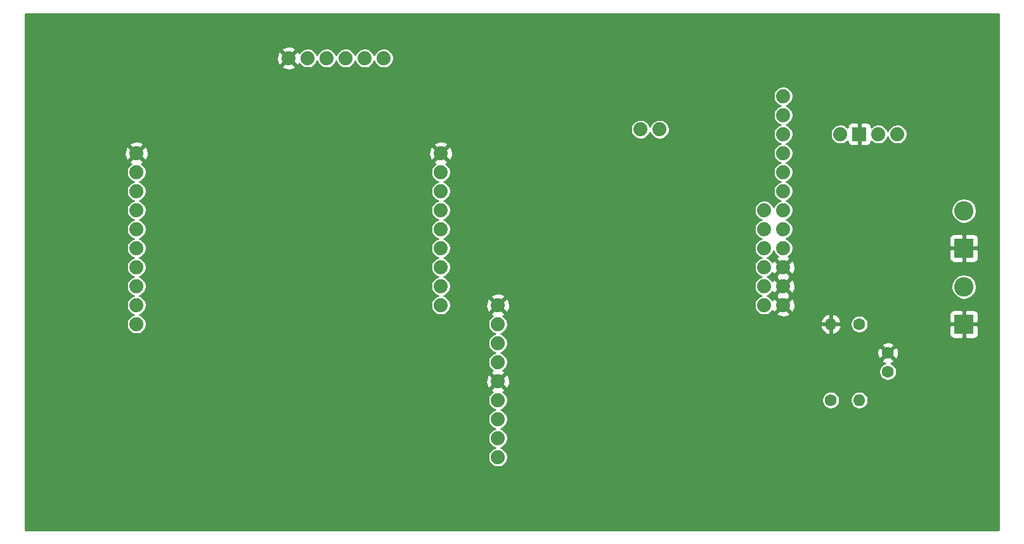
<source format=gbl>
G04 #@! TF.GenerationSoftware,KiCad,Pcbnew,(5.1.9-0-10_14)*
G04 #@! TF.CreationDate,2021-04-13T16:59:34-04:00*
G04 #@! TF.ProjectId,Cryologger GVMS,4372796f-6c6f-4676-9765-722047564d53,v2.0*
G04 #@! TF.SameCoordinates,Original*
G04 #@! TF.FileFunction,Copper,L2,Bot*
G04 #@! TF.FilePolarity,Positive*
%FSLAX46Y46*%
G04 Gerber Fmt 4.6, Leading zero omitted, Abs format (unit mm)*
G04 Created by KiCad (PCBNEW (5.1.9-0-10_14)) date 2021-04-13 16:59:34*
%MOMM*%
%LPD*%
G01*
G04 APERTURE LIST*
G04 #@! TA.AperFunction,ComponentPad*
%ADD10C,1.879600*%
G04 #@! TD*
G04 #@! TA.AperFunction,ComponentPad*
%ADD11R,1.879600X1.879600*%
G04 #@! TD*
G04 #@! TA.AperFunction,ComponentPad*
%ADD12C,7.400000*%
G04 #@! TD*
G04 #@! TA.AperFunction,ComponentPad*
%ADD13C,0.800000*%
G04 #@! TD*
G04 #@! TA.AperFunction,ComponentPad*
%ADD14C,1.600000*%
G04 #@! TD*
G04 #@! TA.AperFunction,ComponentPad*
%ADD15O,1.600000X1.600000*%
G04 #@! TD*
G04 #@! TA.AperFunction,ComponentPad*
%ADD16C,2.600000*%
G04 #@! TD*
G04 #@! TA.AperFunction,ComponentPad*
%ADD17R,2.600000X2.600000*%
G04 #@! TD*
G04 #@! TA.AperFunction,Conductor*
%ADD18C,0.254000*%
G04 #@! TD*
G04 #@! TA.AperFunction,Conductor*
%ADD19C,0.150000*%
G04 #@! TD*
G04 APERTURE END LIST*
D10*
X151130000Y-76835000D03*
X153670000Y-76835000D03*
X167640000Y-100330000D03*
X167640000Y-97790000D03*
X167640000Y-95250000D03*
X167640000Y-92710000D03*
X167640000Y-90170000D03*
X167640000Y-87630000D03*
X170180000Y-100330000D03*
X170180000Y-97790000D03*
X170180000Y-95250000D03*
X170180000Y-92710000D03*
X170180000Y-90170000D03*
X170180000Y-87630000D03*
X170180000Y-85090000D03*
X170180000Y-82550000D03*
X170180000Y-80010000D03*
X170180000Y-77470000D03*
X170180000Y-74930000D03*
X170180000Y-72390000D03*
X132080000Y-120650000D03*
X132080000Y-118110000D03*
X132080000Y-115570000D03*
X132080000Y-113030000D03*
X132080000Y-110490000D03*
X132080000Y-107950000D03*
X132080000Y-105410000D03*
X132080000Y-102870000D03*
X132080000Y-100330000D03*
X185420000Y-77470000D03*
X182880000Y-77470000D03*
D11*
X180340000Y-77470000D03*
D10*
X177800000Y-77470000D03*
X124460000Y-100330000D03*
X124460000Y-97790000D03*
X124460000Y-95250000D03*
X124460000Y-92710000D03*
X124460000Y-90170000D03*
X124460000Y-87630000D03*
X124460000Y-85090000D03*
X124460000Y-82550000D03*
X124460000Y-80010000D03*
X116840000Y-67310000D03*
X114300000Y-67310000D03*
X111760000Y-67310000D03*
X109220000Y-67310000D03*
X106680000Y-67310000D03*
X104140000Y-67310000D03*
X83820000Y-102870000D03*
X83820000Y-100330000D03*
X83820000Y-97790000D03*
X83820000Y-95250000D03*
X83820000Y-92710000D03*
X83820000Y-90170000D03*
X83820000Y-87630000D03*
X83820000Y-85090000D03*
X83820000Y-82550000D03*
X83820000Y-80010000D03*
D12*
X194640200Y-124891800D03*
D13*
X197415200Y-124891800D03*
X196602421Y-126854021D03*
X194640200Y-127666800D03*
X192677979Y-126854021D03*
X191865200Y-124891800D03*
X192677979Y-122929579D03*
X194640200Y-122116800D03*
X196602421Y-122929579D03*
D12*
X73177400Y-66878200D03*
D13*
X75952400Y-66878200D03*
X75139621Y-68840421D03*
X73177400Y-69653200D03*
X71215179Y-68840421D03*
X70402400Y-66878200D03*
X71215179Y-64915979D03*
X73177400Y-64103200D03*
X75139621Y-64915979D03*
D12*
X73177400Y-124891800D03*
D13*
X75952400Y-124891800D03*
X75139621Y-126854021D03*
X73177400Y-127666800D03*
X71215179Y-126854021D03*
X70402400Y-124891800D03*
X71215179Y-122929579D03*
X73177400Y-122116800D03*
X75139621Y-122929579D03*
X196602421Y-64915979D03*
X194640200Y-64103200D03*
X192677979Y-64915979D03*
X191865200Y-66878200D03*
X192677979Y-68840421D03*
X194640200Y-69653200D03*
X196602421Y-68840421D03*
X197415200Y-66878200D03*
D12*
X194640200Y-66878200D03*
D14*
X180340000Y-102870000D03*
D15*
X180340000Y-113030000D03*
D14*
X176530000Y-113030000D03*
D15*
X176530000Y-102870000D03*
D14*
X184150000Y-109220000D03*
X184150000Y-106720000D03*
D16*
X194310000Y-87710000D03*
D17*
X194310000Y-92710000D03*
X194310000Y-102870000D03*
D16*
X194310000Y-97870000D03*
D18*
X198984000Y-130404000D02*
X68986000Y-130404000D01*
X68986000Y-112899913D01*
X130759200Y-112899913D01*
X130759200Y-113160087D01*
X130809957Y-113415263D01*
X130909522Y-113655634D01*
X131054067Y-113871961D01*
X131238039Y-114055933D01*
X131454366Y-114200478D01*
X131694633Y-114300000D01*
X131454366Y-114399522D01*
X131238039Y-114544067D01*
X131054067Y-114728039D01*
X130909522Y-114944366D01*
X130809957Y-115184737D01*
X130759200Y-115439913D01*
X130759200Y-115700087D01*
X130809957Y-115955263D01*
X130909522Y-116195634D01*
X131054067Y-116411961D01*
X131238039Y-116595933D01*
X131454366Y-116740478D01*
X131694633Y-116840000D01*
X131454366Y-116939522D01*
X131238039Y-117084067D01*
X131054067Y-117268039D01*
X130909522Y-117484366D01*
X130809957Y-117724737D01*
X130759200Y-117979913D01*
X130759200Y-118240087D01*
X130809957Y-118495263D01*
X130909522Y-118735634D01*
X131054067Y-118951961D01*
X131238039Y-119135933D01*
X131454366Y-119280478D01*
X131694633Y-119380000D01*
X131454366Y-119479522D01*
X131238039Y-119624067D01*
X131054067Y-119808039D01*
X130909522Y-120024366D01*
X130809957Y-120264737D01*
X130759200Y-120519913D01*
X130759200Y-120780087D01*
X130809957Y-121035263D01*
X130909522Y-121275634D01*
X131054067Y-121491961D01*
X131238039Y-121675933D01*
X131454366Y-121820478D01*
X131694737Y-121920043D01*
X131949913Y-121970800D01*
X132210087Y-121970800D01*
X132465263Y-121920043D01*
X132705634Y-121820478D01*
X132921961Y-121675933D01*
X133105933Y-121491961D01*
X133250478Y-121275634D01*
X133350043Y-121035263D01*
X133400800Y-120780087D01*
X133400800Y-120519913D01*
X133350043Y-120264737D01*
X133250478Y-120024366D01*
X133105933Y-119808039D01*
X132921961Y-119624067D01*
X132705634Y-119479522D01*
X132465367Y-119380000D01*
X132705634Y-119280478D01*
X132921961Y-119135933D01*
X133105933Y-118951961D01*
X133250478Y-118735634D01*
X133350043Y-118495263D01*
X133400800Y-118240087D01*
X133400800Y-117979913D01*
X133350043Y-117724737D01*
X133250478Y-117484366D01*
X133105933Y-117268039D01*
X132921961Y-117084067D01*
X132705634Y-116939522D01*
X132465367Y-116840000D01*
X132705634Y-116740478D01*
X132921961Y-116595933D01*
X133105933Y-116411961D01*
X133250478Y-116195634D01*
X133350043Y-115955263D01*
X133400800Y-115700087D01*
X133400800Y-115439913D01*
X133350043Y-115184737D01*
X133250478Y-114944366D01*
X133105933Y-114728039D01*
X132921961Y-114544067D01*
X132705634Y-114399522D01*
X132465367Y-114300000D01*
X132705634Y-114200478D01*
X132921961Y-114055933D01*
X133105933Y-113871961D01*
X133250478Y-113655634D01*
X133350043Y-113415263D01*
X133400800Y-113160087D01*
X133400800Y-112913682D01*
X175349000Y-112913682D01*
X175349000Y-113146318D01*
X175394386Y-113374485D01*
X175483412Y-113589413D01*
X175612658Y-113782843D01*
X175777157Y-113947342D01*
X175970587Y-114076588D01*
X176185515Y-114165614D01*
X176413682Y-114211000D01*
X176646318Y-114211000D01*
X176874485Y-114165614D01*
X177089413Y-114076588D01*
X177282843Y-113947342D01*
X177447342Y-113782843D01*
X177576588Y-113589413D01*
X177665614Y-113374485D01*
X177711000Y-113146318D01*
X177711000Y-112913682D01*
X179159000Y-112913682D01*
X179159000Y-113146318D01*
X179204386Y-113374485D01*
X179293412Y-113589413D01*
X179422658Y-113782843D01*
X179587157Y-113947342D01*
X179780587Y-114076588D01*
X179995515Y-114165614D01*
X180223682Y-114211000D01*
X180456318Y-114211000D01*
X180684485Y-114165614D01*
X180899413Y-114076588D01*
X181092843Y-113947342D01*
X181257342Y-113782843D01*
X181386588Y-113589413D01*
X181475614Y-113374485D01*
X181521000Y-113146318D01*
X181521000Y-112913682D01*
X181475614Y-112685515D01*
X181386588Y-112470587D01*
X181257342Y-112277157D01*
X181092843Y-112112658D01*
X180899413Y-111983412D01*
X180684485Y-111894386D01*
X180456318Y-111849000D01*
X180223682Y-111849000D01*
X179995515Y-111894386D01*
X179780587Y-111983412D01*
X179587157Y-112112658D01*
X179422658Y-112277157D01*
X179293412Y-112470587D01*
X179204386Y-112685515D01*
X179159000Y-112913682D01*
X177711000Y-112913682D01*
X177665614Y-112685515D01*
X177576588Y-112470587D01*
X177447342Y-112277157D01*
X177282843Y-112112658D01*
X177089413Y-111983412D01*
X176874485Y-111894386D01*
X176646318Y-111849000D01*
X176413682Y-111849000D01*
X176185515Y-111894386D01*
X175970587Y-111983412D01*
X175777157Y-112112658D01*
X175612658Y-112277157D01*
X175483412Y-112470587D01*
X175394386Y-112685515D01*
X175349000Y-112913682D01*
X133400800Y-112913682D01*
X133400800Y-112899913D01*
X133350043Y-112644737D01*
X133250478Y-112404366D01*
X133105933Y-112188039D01*
X132921961Y-112004067D01*
X132778330Y-111908096D01*
X132904377Y-111840723D01*
X132992871Y-111582476D01*
X132080000Y-110669605D01*
X131167129Y-111582476D01*
X131255623Y-111840723D01*
X131387332Y-111904313D01*
X131238039Y-112004067D01*
X131054067Y-112188039D01*
X130909522Y-112404366D01*
X130809957Y-112644737D01*
X130759200Y-112899913D01*
X68986000Y-112899913D01*
X68986000Y-110554977D01*
X130498916Y-110554977D01*
X130541973Y-110862184D01*
X130644135Y-111155086D01*
X130729277Y-111314377D01*
X130987524Y-111402871D01*
X131900395Y-110490000D01*
X132259605Y-110490000D01*
X133172476Y-111402871D01*
X133430723Y-111314377D01*
X133565597Y-111035024D01*
X133643381Y-110734725D01*
X133661084Y-110425023D01*
X133618027Y-110117816D01*
X133515865Y-109824914D01*
X133430723Y-109665623D01*
X133172476Y-109577129D01*
X132259605Y-110490000D01*
X131900395Y-110490000D01*
X130987524Y-109577129D01*
X130729277Y-109665623D01*
X130594403Y-109944976D01*
X130516619Y-110245275D01*
X130498916Y-110554977D01*
X68986000Y-110554977D01*
X68986000Y-82419913D01*
X82499200Y-82419913D01*
X82499200Y-82680087D01*
X82549957Y-82935263D01*
X82649522Y-83175634D01*
X82794067Y-83391961D01*
X82978039Y-83575933D01*
X83194366Y-83720478D01*
X83434633Y-83820000D01*
X83194366Y-83919522D01*
X82978039Y-84064067D01*
X82794067Y-84248039D01*
X82649522Y-84464366D01*
X82549957Y-84704737D01*
X82499200Y-84959913D01*
X82499200Y-85220087D01*
X82549957Y-85475263D01*
X82649522Y-85715634D01*
X82794067Y-85931961D01*
X82978039Y-86115933D01*
X83194366Y-86260478D01*
X83434633Y-86360000D01*
X83194366Y-86459522D01*
X82978039Y-86604067D01*
X82794067Y-86788039D01*
X82649522Y-87004366D01*
X82549957Y-87244737D01*
X82499200Y-87499913D01*
X82499200Y-87760087D01*
X82549957Y-88015263D01*
X82649522Y-88255634D01*
X82794067Y-88471961D01*
X82978039Y-88655933D01*
X83194366Y-88800478D01*
X83434633Y-88900000D01*
X83194366Y-88999522D01*
X82978039Y-89144067D01*
X82794067Y-89328039D01*
X82649522Y-89544366D01*
X82549957Y-89784737D01*
X82499200Y-90039913D01*
X82499200Y-90300087D01*
X82549957Y-90555263D01*
X82649522Y-90795634D01*
X82794067Y-91011961D01*
X82978039Y-91195933D01*
X83194366Y-91340478D01*
X83434633Y-91440000D01*
X83194366Y-91539522D01*
X82978039Y-91684067D01*
X82794067Y-91868039D01*
X82649522Y-92084366D01*
X82549957Y-92324737D01*
X82499200Y-92579913D01*
X82499200Y-92840087D01*
X82549957Y-93095263D01*
X82649522Y-93335634D01*
X82794067Y-93551961D01*
X82978039Y-93735933D01*
X83194366Y-93880478D01*
X83434633Y-93980000D01*
X83194366Y-94079522D01*
X82978039Y-94224067D01*
X82794067Y-94408039D01*
X82649522Y-94624366D01*
X82549957Y-94864737D01*
X82499200Y-95119913D01*
X82499200Y-95380087D01*
X82549957Y-95635263D01*
X82649522Y-95875634D01*
X82794067Y-96091961D01*
X82978039Y-96275933D01*
X83194366Y-96420478D01*
X83434633Y-96520000D01*
X83194366Y-96619522D01*
X82978039Y-96764067D01*
X82794067Y-96948039D01*
X82649522Y-97164366D01*
X82549957Y-97404737D01*
X82499200Y-97659913D01*
X82499200Y-97920087D01*
X82549957Y-98175263D01*
X82649522Y-98415634D01*
X82794067Y-98631961D01*
X82978039Y-98815933D01*
X83194366Y-98960478D01*
X83434633Y-99060000D01*
X83194366Y-99159522D01*
X82978039Y-99304067D01*
X82794067Y-99488039D01*
X82649522Y-99704366D01*
X82549957Y-99944737D01*
X82499200Y-100199913D01*
X82499200Y-100460087D01*
X82549957Y-100715263D01*
X82649522Y-100955634D01*
X82794067Y-101171961D01*
X82978039Y-101355933D01*
X83194366Y-101500478D01*
X83434633Y-101600000D01*
X83194366Y-101699522D01*
X82978039Y-101844067D01*
X82794067Y-102028039D01*
X82649522Y-102244366D01*
X82549957Y-102484737D01*
X82499200Y-102739913D01*
X82499200Y-103000087D01*
X82549957Y-103255263D01*
X82649522Y-103495634D01*
X82794067Y-103711961D01*
X82978039Y-103895933D01*
X83194366Y-104040478D01*
X83434737Y-104140043D01*
X83689913Y-104190800D01*
X83950087Y-104190800D01*
X84205263Y-104140043D01*
X84445634Y-104040478D01*
X84661961Y-103895933D01*
X84845933Y-103711961D01*
X84990478Y-103495634D01*
X85090043Y-103255263D01*
X85140800Y-103000087D01*
X85140800Y-102739913D01*
X130759200Y-102739913D01*
X130759200Y-103000087D01*
X130809957Y-103255263D01*
X130909522Y-103495634D01*
X131054067Y-103711961D01*
X131238039Y-103895933D01*
X131454366Y-104040478D01*
X131694633Y-104140000D01*
X131454366Y-104239522D01*
X131238039Y-104384067D01*
X131054067Y-104568039D01*
X130909522Y-104784366D01*
X130809957Y-105024737D01*
X130759200Y-105279913D01*
X130759200Y-105540087D01*
X130809957Y-105795263D01*
X130909522Y-106035634D01*
X131054067Y-106251961D01*
X131238039Y-106435933D01*
X131454366Y-106580478D01*
X131694633Y-106680000D01*
X131454366Y-106779522D01*
X131238039Y-106924067D01*
X131054067Y-107108039D01*
X130909522Y-107324366D01*
X130809957Y-107564737D01*
X130759200Y-107819913D01*
X130759200Y-108080087D01*
X130809957Y-108335263D01*
X130909522Y-108575634D01*
X131054067Y-108791961D01*
X131238039Y-108975933D01*
X131381670Y-109071904D01*
X131255623Y-109139277D01*
X131167129Y-109397524D01*
X132080000Y-110310395D01*
X132992871Y-109397524D01*
X132904377Y-109139277D01*
X132830652Y-109103682D01*
X182969000Y-109103682D01*
X182969000Y-109336318D01*
X183014386Y-109564485D01*
X183103412Y-109779413D01*
X183232658Y-109972843D01*
X183397157Y-110137342D01*
X183590587Y-110266588D01*
X183805515Y-110355614D01*
X184033682Y-110401000D01*
X184266318Y-110401000D01*
X184494485Y-110355614D01*
X184709413Y-110266588D01*
X184902843Y-110137342D01*
X185067342Y-109972843D01*
X185196588Y-109779413D01*
X185285614Y-109564485D01*
X185331000Y-109336318D01*
X185331000Y-109103682D01*
X185285614Y-108875515D01*
X185196588Y-108660587D01*
X185067342Y-108467157D01*
X184902843Y-108302658D01*
X184709413Y-108173412D01*
X184541671Y-108103931D01*
X184766292Y-108023603D01*
X184891514Y-107956671D01*
X184963097Y-107712702D01*
X184150000Y-106899605D01*
X183336903Y-107712702D01*
X183408486Y-107956671D01*
X183663996Y-108077571D01*
X183762411Y-108102240D01*
X183590587Y-108173412D01*
X183397157Y-108302658D01*
X183232658Y-108467157D01*
X183103412Y-108660587D01*
X183014386Y-108875515D01*
X182969000Y-109103682D01*
X132830652Y-109103682D01*
X132772668Y-109075687D01*
X132921961Y-108975933D01*
X133105933Y-108791961D01*
X133250478Y-108575634D01*
X133350043Y-108335263D01*
X133400800Y-108080087D01*
X133400800Y-107819913D01*
X133350043Y-107564737D01*
X133250478Y-107324366D01*
X133105933Y-107108039D01*
X132921961Y-106924067D01*
X132722082Y-106790512D01*
X182709783Y-106790512D01*
X182751213Y-107070130D01*
X182846397Y-107336292D01*
X182913329Y-107461514D01*
X183157298Y-107533097D01*
X183970395Y-106720000D01*
X184329605Y-106720000D01*
X185142702Y-107533097D01*
X185386671Y-107461514D01*
X185507571Y-107206004D01*
X185576300Y-106931816D01*
X185590217Y-106649488D01*
X185548787Y-106369870D01*
X185453603Y-106103708D01*
X185386671Y-105978486D01*
X185142702Y-105906903D01*
X184329605Y-106720000D01*
X183970395Y-106720000D01*
X183157298Y-105906903D01*
X182913329Y-105978486D01*
X182792429Y-106233996D01*
X182723700Y-106508184D01*
X182709783Y-106790512D01*
X132722082Y-106790512D01*
X132705634Y-106779522D01*
X132465367Y-106680000D01*
X132705634Y-106580478D01*
X132921961Y-106435933D01*
X133105933Y-106251961D01*
X133250478Y-106035634D01*
X133350043Y-105795263D01*
X133363561Y-105727298D01*
X183336903Y-105727298D01*
X184150000Y-106540395D01*
X184963097Y-105727298D01*
X184891514Y-105483329D01*
X184636004Y-105362429D01*
X184361816Y-105293700D01*
X184079488Y-105279783D01*
X183799870Y-105321213D01*
X183533708Y-105416397D01*
X183408486Y-105483329D01*
X183336903Y-105727298D01*
X133363561Y-105727298D01*
X133400800Y-105540087D01*
X133400800Y-105279913D01*
X133350043Y-105024737D01*
X133250478Y-104784366D01*
X133105933Y-104568039D01*
X132921961Y-104384067D01*
X132705634Y-104239522D01*
X132465367Y-104140000D01*
X132705634Y-104040478D01*
X132921961Y-103895933D01*
X133105933Y-103711961D01*
X133250478Y-103495634D01*
X133350043Y-103255263D01*
X133357248Y-103219040D01*
X175138091Y-103219040D01*
X175232930Y-103483881D01*
X175377615Y-103725131D01*
X175566586Y-103933519D01*
X175792580Y-104101037D01*
X176046913Y-104221246D01*
X176180961Y-104261904D01*
X176403000Y-104139915D01*
X176403000Y-102997000D01*
X176657000Y-102997000D01*
X176657000Y-104139915D01*
X176879039Y-104261904D01*
X177013087Y-104221246D01*
X177121511Y-104170000D01*
X192371928Y-104170000D01*
X192384188Y-104294482D01*
X192420498Y-104414180D01*
X192479463Y-104524494D01*
X192558815Y-104621185D01*
X192655506Y-104700537D01*
X192765820Y-104759502D01*
X192885518Y-104795812D01*
X193010000Y-104808072D01*
X194024250Y-104805000D01*
X194183000Y-104646250D01*
X194183000Y-102997000D01*
X194437000Y-102997000D01*
X194437000Y-104646250D01*
X194595750Y-104805000D01*
X195610000Y-104808072D01*
X195734482Y-104795812D01*
X195854180Y-104759502D01*
X195964494Y-104700537D01*
X196061185Y-104621185D01*
X196140537Y-104524494D01*
X196199502Y-104414180D01*
X196235812Y-104294482D01*
X196248072Y-104170000D01*
X196245000Y-103155750D01*
X196086250Y-102997000D01*
X194437000Y-102997000D01*
X194183000Y-102997000D01*
X192533750Y-102997000D01*
X192375000Y-103155750D01*
X192371928Y-104170000D01*
X177121511Y-104170000D01*
X177267420Y-104101037D01*
X177493414Y-103933519D01*
X177682385Y-103725131D01*
X177827070Y-103483881D01*
X177921909Y-103219040D01*
X177800624Y-102997000D01*
X176657000Y-102997000D01*
X176403000Y-102997000D01*
X175259376Y-102997000D01*
X175138091Y-103219040D01*
X133357248Y-103219040D01*
X133400800Y-103000087D01*
X133400800Y-102753682D01*
X179159000Y-102753682D01*
X179159000Y-102986318D01*
X179204386Y-103214485D01*
X179293412Y-103429413D01*
X179422658Y-103622843D01*
X179587157Y-103787342D01*
X179780587Y-103916588D01*
X179995515Y-104005614D01*
X180223682Y-104051000D01*
X180456318Y-104051000D01*
X180684485Y-104005614D01*
X180899413Y-103916588D01*
X181092843Y-103787342D01*
X181257342Y-103622843D01*
X181386588Y-103429413D01*
X181475614Y-103214485D01*
X181521000Y-102986318D01*
X181521000Y-102753682D01*
X181475614Y-102525515D01*
X181386588Y-102310587D01*
X181257342Y-102117157D01*
X181092843Y-101952658D01*
X180899413Y-101823412D01*
X180684485Y-101734386D01*
X180456318Y-101689000D01*
X180223682Y-101689000D01*
X179995515Y-101734386D01*
X179780587Y-101823412D01*
X179587157Y-101952658D01*
X179422658Y-102117157D01*
X179293412Y-102310587D01*
X179204386Y-102525515D01*
X179159000Y-102753682D01*
X133400800Y-102753682D01*
X133400800Y-102739913D01*
X133357249Y-102520960D01*
X175138091Y-102520960D01*
X175259376Y-102743000D01*
X176403000Y-102743000D01*
X176403000Y-101600085D01*
X176657000Y-101600085D01*
X176657000Y-102743000D01*
X177800624Y-102743000D01*
X177921909Y-102520960D01*
X177827070Y-102256119D01*
X177682385Y-102014869D01*
X177493414Y-101806481D01*
X177267420Y-101638963D01*
X177121512Y-101570000D01*
X192371928Y-101570000D01*
X192375000Y-102584250D01*
X192533750Y-102743000D01*
X194183000Y-102743000D01*
X194183000Y-101093750D01*
X194437000Y-101093750D01*
X194437000Y-102743000D01*
X196086250Y-102743000D01*
X196245000Y-102584250D01*
X196248072Y-101570000D01*
X196235812Y-101445518D01*
X196199502Y-101325820D01*
X196140537Y-101215506D01*
X196061185Y-101118815D01*
X195964494Y-101039463D01*
X195854180Y-100980498D01*
X195734482Y-100944188D01*
X195610000Y-100931928D01*
X194595750Y-100935000D01*
X194437000Y-101093750D01*
X194183000Y-101093750D01*
X194024250Y-100935000D01*
X193010000Y-100931928D01*
X192885518Y-100944188D01*
X192765820Y-100980498D01*
X192655506Y-101039463D01*
X192558815Y-101118815D01*
X192479463Y-101215506D01*
X192420498Y-101325820D01*
X192384188Y-101445518D01*
X192371928Y-101570000D01*
X177121512Y-101570000D01*
X177013087Y-101518754D01*
X176879039Y-101478096D01*
X176657000Y-101600085D01*
X176403000Y-101600085D01*
X176180961Y-101478096D01*
X176046913Y-101518754D01*
X175792580Y-101638963D01*
X175566586Y-101806481D01*
X175377615Y-102014869D01*
X175232930Y-102256119D01*
X175138091Y-102520960D01*
X133357249Y-102520960D01*
X133350043Y-102484737D01*
X133250478Y-102244366D01*
X133105933Y-102028039D01*
X132921961Y-101844067D01*
X132778330Y-101748096D01*
X132904377Y-101680723D01*
X132992871Y-101422476D01*
X132080000Y-100509605D01*
X131167129Y-101422476D01*
X131255623Y-101680723D01*
X131387332Y-101744313D01*
X131238039Y-101844067D01*
X131054067Y-102028039D01*
X130909522Y-102244366D01*
X130809957Y-102484737D01*
X130759200Y-102739913D01*
X85140800Y-102739913D01*
X85090043Y-102484737D01*
X84990478Y-102244366D01*
X84845933Y-102028039D01*
X84661961Y-101844067D01*
X84445634Y-101699522D01*
X84205367Y-101600000D01*
X84445634Y-101500478D01*
X84661961Y-101355933D01*
X84845933Y-101171961D01*
X84990478Y-100955634D01*
X85090043Y-100715263D01*
X85140800Y-100460087D01*
X85140800Y-100199913D01*
X85090043Y-99944737D01*
X84990478Y-99704366D01*
X84845933Y-99488039D01*
X84661961Y-99304067D01*
X84445634Y-99159522D01*
X84205367Y-99060000D01*
X84445634Y-98960478D01*
X84661961Y-98815933D01*
X84845933Y-98631961D01*
X84990478Y-98415634D01*
X85090043Y-98175263D01*
X85140800Y-97920087D01*
X85140800Y-97659913D01*
X85090043Y-97404737D01*
X84990478Y-97164366D01*
X84845933Y-96948039D01*
X84661961Y-96764067D01*
X84445634Y-96619522D01*
X84205367Y-96520000D01*
X84445634Y-96420478D01*
X84661961Y-96275933D01*
X84845933Y-96091961D01*
X84990478Y-95875634D01*
X85090043Y-95635263D01*
X85140800Y-95380087D01*
X85140800Y-95119913D01*
X85090043Y-94864737D01*
X84990478Y-94624366D01*
X84845933Y-94408039D01*
X84661961Y-94224067D01*
X84445634Y-94079522D01*
X84205367Y-93980000D01*
X84445634Y-93880478D01*
X84661961Y-93735933D01*
X84845933Y-93551961D01*
X84990478Y-93335634D01*
X85090043Y-93095263D01*
X85140800Y-92840087D01*
X85140800Y-92579913D01*
X85090043Y-92324737D01*
X84990478Y-92084366D01*
X84845933Y-91868039D01*
X84661961Y-91684067D01*
X84445634Y-91539522D01*
X84205367Y-91440000D01*
X84445634Y-91340478D01*
X84661961Y-91195933D01*
X84845933Y-91011961D01*
X84990478Y-90795634D01*
X85090043Y-90555263D01*
X85140800Y-90300087D01*
X85140800Y-90039913D01*
X85090043Y-89784737D01*
X84990478Y-89544366D01*
X84845933Y-89328039D01*
X84661961Y-89144067D01*
X84445634Y-88999522D01*
X84205367Y-88900000D01*
X84445634Y-88800478D01*
X84661961Y-88655933D01*
X84845933Y-88471961D01*
X84990478Y-88255634D01*
X85090043Y-88015263D01*
X85140800Y-87760087D01*
X85140800Y-87499913D01*
X85090043Y-87244737D01*
X84990478Y-87004366D01*
X84845933Y-86788039D01*
X84661961Y-86604067D01*
X84445634Y-86459522D01*
X84205367Y-86360000D01*
X84445634Y-86260478D01*
X84661961Y-86115933D01*
X84845933Y-85931961D01*
X84990478Y-85715634D01*
X85090043Y-85475263D01*
X85140800Y-85220087D01*
X85140800Y-84959913D01*
X85090043Y-84704737D01*
X84990478Y-84464366D01*
X84845933Y-84248039D01*
X84661961Y-84064067D01*
X84445634Y-83919522D01*
X84205367Y-83820000D01*
X84445634Y-83720478D01*
X84661961Y-83575933D01*
X84845933Y-83391961D01*
X84990478Y-83175634D01*
X85090043Y-82935263D01*
X85140800Y-82680087D01*
X85140800Y-82419913D01*
X123139200Y-82419913D01*
X123139200Y-82680087D01*
X123189957Y-82935263D01*
X123289522Y-83175634D01*
X123434067Y-83391961D01*
X123618039Y-83575933D01*
X123834366Y-83720478D01*
X124074633Y-83820000D01*
X123834366Y-83919522D01*
X123618039Y-84064067D01*
X123434067Y-84248039D01*
X123289522Y-84464366D01*
X123189957Y-84704737D01*
X123139200Y-84959913D01*
X123139200Y-85220087D01*
X123189957Y-85475263D01*
X123289522Y-85715634D01*
X123434067Y-85931961D01*
X123618039Y-86115933D01*
X123834366Y-86260478D01*
X124074633Y-86360000D01*
X123834366Y-86459522D01*
X123618039Y-86604067D01*
X123434067Y-86788039D01*
X123289522Y-87004366D01*
X123189957Y-87244737D01*
X123139200Y-87499913D01*
X123139200Y-87760087D01*
X123189957Y-88015263D01*
X123289522Y-88255634D01*
X123434067Y-88471961D01*
X123618039Y-88655933D01*
X123834366Y-88800478D01*
X124074633Y-88900000D01*
X123834366Y-88999522D01*
X123618039Y-89144067D01*
X123434067Y-89328039D01*
X123289522Y-89544366D01*
X123189957Y-89784737D01*
X123139200Y-90039913D01*
X123139200Y-90300087D01*
X123189957Y-90555263D01*
X123289522Y-90795634D01*
X123434067Y-91011961D01*
X123618039Y-91195933D01*
X123834366Y-91340478D01*
X124074633Y-91440000D01*
X123834366Y-91539522D01*
X123618039Y-91684067D01*
X123434067Y-91868039D01*
X123289522Y-92084366D01*
X123189957Y-92324737D01*
X123139200Y-92579913D01*
X123139200Y-92840087D01*
X123189957Y-93095263D01*
X123289522Y-93335634D01*
X123434067Y-93551961D01*
X123618039Y-93735933D01*
X123834366Y-93880478D01*
X124074633Y-93980000D01*
X123834366Y-94079522D01*
X123618039Y-94224067D01*
X123434067Y-94408039D01*
X123289522Y-94624366D01*
X123189957Y-94864737D01*
X123139200Y-95119913D01*
X123139200Y-95380087D01*
X123189957Y-95635263D01*
X123289522Y-95875634D01*
X123434067Y-96091961D01*
X123618039Y-96275933D01*
X123834366Y-96420478D01*
X124074633Y-96520000D01*
X123834366Y-96619522D01*
X123618039Y-96764067D01*
X123434067Y-96948039D01*
X123289522Y-97164366D01*
X123189957Y-97404737D01*
X123139200Y-97659913D01*
X123139200Y-97920087D01*
X123189957Y-98175263D01*
X123289522Y-98415634D01*
X123434067Y-98631961D01*
X123618039Y-98815933D01*
X123834366Y-98960478D01*
X124074633Y-99060000D01*
X123834366Y-99159522D01*
X123618039Y-99304067D01*
X123434067Y-99488039D01*
X123289522Y-99704366D01*
X123189957Y-99944737D01*
X123139200Y-100199913D01*
X123139200Y-100460087D01*
X123189957Y-100715263D01*
X123289522Y-100955634D01*
X123434067Y-101171961D01*
X123618039Y-101355933D01*
X123834366Y-101500478D01*
X124074737Y-101600043D01*
X124329913Y-101650800D01*
X124590087Y-101650800D01*
X124845263Y-101600043D01*
X125085634Y-101500478D01*
X125301961Y-101355933D01*
X125485933Y-101171961D01*
X125630478Y-100955634D01*
X125730043Y-100715263D01*
X125780800Y-100460087D01*
X125780800Y-100394977D01*
X130498916Y-100394977D01*
X130541973Y-100702184D01*
X130644135Y-100995086D01*
X130729277Y-101154377D01*
X130987524Y-101242871D01*
X131900395Y-100330000D01*
X132259605Y-100330000D01*
X133172476Y-101242871D01*
X133430723Y-101154377D01*
X133565597Y-100875024D01*
X133643381Y-100574725D01*
X133661084Y-100265023D01*
X133618027Y-99957816D01*
X133515865Y-99664914D01*
X133430723Y-99505623D01*
X133172476Y-99417129D01*
X132259605Y-100330000D01*
X131900395Y-100330000D01*
X130987524Y-99417129D01*
X130729277Y-99505623D01*
X130594403Y-99784976D01*
X130516619Y-100085275D01*
X130498916Y-100394977D01*
X125780800Y-100394977D01*
X125780800Y-100199913D01*
X125730043Y-99944737D01*
X125630478Y-99704366D01*
X125485933Y-99488039D01*
X125301961Y-99304067D01*
X125202373Y-99237524D01*
X131167129Y-99237524D01*
X132080000Y-100150395D01*
X132992871Y-99237524D01*
X132904377Y-98979277D01*
X132625024Y-98844403D01*
X132324725Y-98766619D01*
X132015023Y-98748916D01*
X131707816Y-98791973D01*
X131414914Y-98894135D01*
X131255623Y-98979277D01*
X131167129Y-99237524D01*
X125202373Y-99237524D01*
X125085634Y-99159522D01*
X124845367Y-99060000D01*
X125085634Y-98960478D01*
X125301961Y-98815933D01*
X125485933Y-98631961D01*
X125630478Y-98415634D01*
X125730043Y-98175263D01*
X125780800Y-97920087D01*
X125780800Y-97659913D01*
X125730043Y-97404737D01*
X125630478Y-97164366D01*
X125485933Y-96948039D01*
X125301961Y-96764067D01*
X125085634Y-96619522D01*
X124845367Y-96520000D01*
X125085634Y-96420478D01*
X125301961Y-96275933D01*
X125485933Y-96091961D01*
X125630478Y-95875634D01*
X125730043Y-95635263D01*
X125780800Y-95380087D01*
X125780800Y-95119913D01*
X125730043Y-94864737D01*
X125630478Y-94624366D01*
X125485933Y-94408039D01*
X125301961Y-94224067D01*
X125085634Y-94079522D01*
X124845367Y-93980000D01*
X125085634Y-93880478D01*
X125301961Y-93735933D01*
X125485933Y-93551961D01*
X125630478Y-93335634D01*
X125730043Y-93095263D01*
X125780800Y-92840087D01*
X125780800Y-92579913D01*
X125730043Y-92324737D01*
X125630478Y-92084366D01*
X125485933Y-91868039D01*
X125301961Y-91684067D01*
X125085634Y-91539522D01*
X124845367Y-91440000D01*
X125085634Y-91340478D01*
X125301961Y-91195933D01*
X125485933Y-91011961D01*
X125630478Y-90795634D01*
X125730043Y-90555263D01*
X125780800Y-90300087D01*
X125780800Y-90039913D01*
X125730043Y-89784737D01*
X125630478Y-89544366D01*
X125485933Y-89328039D01*
X125301961Y-89144067D01*
X125085634Y-88999522D01*
X124845367Y-88900000D01*
X125085634Y-88800478D01*
X125301961Y-88655933D01*
X125485933Y-88471961D01*
X125630478Y-88255634D01*
X125730043Y-88015263D01*
X125780800Y-87760087D01*
X125780800Y-87499913D01*
X166319200Y-87499913D01*
X166319200Y-87760087D01*
X166369957Y-88015263D01*
X166469522Y-88255634D01*
X166614067Y-88471961D01*
X166798039Y-88655933D01*
X167014366Y-88800478D01*
X167254633Y-88900000D01*
X167014366Y-88999522D01*
X166798039Y-89144067D01*
X166614067Y-89328039D01*
X166469522Y-89544366D01*
X166369957Y-89784737D01*
X166319200Y-90039913D01*
X166319200Y-90300087D01*
X166369957Y-90555263D01*
X166469522Y-90795634D01*
X166614067Y-91011961D01*
X166798039Y-91195933D01*
X167014366Y-91340478D01*
X167254633Y-91440000D01*
X167014366Y-91539522D01*
X166798039Y-91684067D01*
X166614067Y-91868039D01*
X166469522Y-92084366D01*
X166369957Y-92324737D01*
X166319200Y-92579913D01*
X166319200Y-92840087D01*
X166369957Y-93095263D01*
X166469522Y-93335634D01*
X166614067Y-93551961D01*
X166798039Y-93735933D01*
X167014366Y-93880478D01*
X167254633Y-93980000D01*
X167014366Y-94079522D01*
X166798039Y-94224067D01*
X166614067Y-94408039D01*
X166469522Y-94624366D01*
X166369957Y-94864737D01*
X166319200Y-95119913D01*
X166319200Y-95380087D01*
X166369957Y-95635263D01*
X166469522Y-95875634D01*
X166614067Y-96091961D01*
X166798039Y-96275933D01*
X167014366Y-96420478D01*
X167254633Y-96520000D01*
X167014366Y-96619522D01*
X166798039Y-96764067D01*
X166614067Y-96948039D01*
X166469522Y-97164366D01*
X166369957Y-97404737D01*
X166319200Y-97659913D01*
X166319200Y-97920087D01*
X166369957Y-98175263D01*
X166469522Y-98415634D01*
X166614067Y-98631961D01*
X166798039Y-98815933D01*
X167014366Y-98960478D01*
X167254633Y-99060000D01*
X167014366Y-99159522D01*
X166798039Y-99304067D01*
X166614067Y-99488039D01*
X166469522Y-99704366D01*
X166369957Y-99944737D01*
X166319200Y-100199913D01*
X166319200Y-100460087D01*
X166369957Y-100715263D01*
X166469522Y-100955634D01*
X166614067Y-101171961D01*
X166798039Y-101355933D01*
X167014366Y-101500478D01*
X167254737Y-101600043D01*
X167509913Y-101650800D01*
X167770087Y-101650800D01*
X168025263Y-101600043D01*
X168265634Y-101500478D01*
X168382372Y-101422476D01*
X169267129Y-101422476D01*
X169355623Y-101680723D01*
X169634976Y-101815597D01*
X169935275Y-101893381D01*
X170244977Y-101911084D01*
X170552184Y-101868027D01*
X170845086Y-101765865D01*
X171004377Y-101680723D01*
X171092871Y-101422476D01*
X170180000Y-100509605D01*
X169267129Y-101422476D01*
X168382372Y-101422476D01*
X168481961Y-101355933D01*
X168665933Y-101171961D01*
X168761904Y-101028330D01*
X168829277Y-101154377D01*
X169087524Y-101242871D01*
X170000395Y-100330000D01*
X170359605Y-100330000D01*
X171272476Y-101242871D01*
X171530723Y-101154377D01*
X171665597Y-100875024D01*
X171743381Y-100574725D01*
X171761084Y-100265023D01*
X171718027Y-99957816D01*
X171615865Y-99664914D01*
X171530723Y-99505623D01*
X171272476Y-99417129D01*
X170359605Y-100330000D01*
X170000395Y-100330000D01*
X169087524Y-99417129D01*
X168829277Y-99505623D01*
X168765687Y-99637332D01*
X168665933Y-99488039D01*
X168481961Y-99304067D01*
X168265634Y-99159522D01*
X168025367Y-99060000D01*
X168265634Y-98960478D01*
X168382372Y-98882476D01*
X169267129Y-98882476D01*
X169327961Y-99060000D01*
X169267129Y-99237524D01*
X170180000Y-100150395D01*
X171092871Y-99237524D01*
X171032039Y-99060000D01*
X171092871Y-98882476D01*
X170180000Y-97969605D01*
X169267129Y-98882476D01*
X168382372Y-98882476D01*
X168481961Y-98815933D01*
X168665933Y-98631961D01*
X168761904Y-98488330D01*
X168829277Y-98614377D01*
X169087524Y-98702871D01*
X170000395Y-97790000D01*
X170359605Y-97790000D01*
X171272476Y-98702871D01*
X171530723Y-98614377D01*
X171665597Y-98335024D01*
X171743381Y-98034725D01*
X171761084Y-97725023D01*
X171758199Y-97704436D01*
X192629000Y-97704436D01*
X192629000Y-98035564D01*
X192693600Y-98360330D01*
X192820317Y-98666252D01*
X193004282Y-98941575D01*
X193238425Y-99175718D01*
X193513748Y-99359683D01*
X193819670Y-99486400D01*
X194144436Y-99551000D01*
X194475564Y-99551000D01*
X194800330Y-99486400D01*
X195106252Y-99359683D01*
X195381575Y-99175718D01*
X195615718Y-98941575D01*
X195799683Y-98666252D01*
X195926400Y-98360330D01*
X195991000Y-98035564D01*
X195991000Y-97704436D01*
X195926400Y-97379670D01*
X195799683Y-97073748D01*
X195615718Y-96798425D01*
X195381575Y-96564282D01*
X195106252Y-96380317D01*
X194800330Y-96253600D01*
X194475564Y-96189000D01*
X194144436Y-96189000D01*
X193819670Y-96253600D01*
X193513748Y-96380317D01*
X193238425Y-96564282D01*
X193004282Y-96798425D01*
X192820317Y-97073748D01*
X192693600Y-97379670D01*
X192629000Y-97704436D01*
X171758199Y-97704436D01*
X171718027Y-97417816D01*
X171615865Y-97124914D01*
X171530723Y-96965623D01*
X171272476Y-96877129D01*
X170359605Y-97790000D01*
X170000395Y-97790000D01*
X169087524Y-96877129D01*
X168829277Y-96965623D01*
X168765687Y-97097332D01*
X168665933Y-96948039D01*
X168481961Y-96764067D01*
X168265634Y-96619522D01*
X168025367Y-96520000D01*
X168265634Y-96420478D01*
X168382372Y-96342476D01*
X169267129Y-96342476D01*
X169327961Y-96520000D01*
X169267129Y-96697524D01*
X170180000Y-97610395D01*
X171092871Y-96697524D01*
X171032039Y-96520000D01*
X171092871Y-96342476D01*
X170180000Y-95429605D01*
X169267129Y-96342476D01*
X168382372Y-96342476D01*
X168481961Y-96275933D01*
X168665933Y-96091961D01*
X168761904Y-95948330D01*
X168829277Y-96074377D01*
X169087524Y-96162871D01*
X170000395Y-95250000D01*
X170359605Y-95250000D01*
X171272476Y-96162871D01*
X171530723Y-96074377D01*
X171665597Y-95795024D01*
X171743381Y-95494725D01*
X171761084Y-95185023D01*
X171718027Y-94877816D01*
X171615865Y-94584914D01*
X171530723Y-94425623D01*
X171272476Y-94337129D01*
X170359605Y-95250000D01*
X170000395Y-95250000D01*
X169087524Y-94337129D01*
X168829277Y-94425623D01*
X168765687Y-94557332D01*
X168665933Y-94408039D01*
X168481961Y-94224067D01*
X168265634Y-94079522D01*
X168025367Y-93980000D01*
X168265634Y-93880478D01*
X168481961Y-93735933D01*
X168665933Y-93551961D01*
X168810478Y-93335634D01*
X168910000Y-93095367D01*
X169009522Y-93335634D01*
X169154067Y-93551961D01*
X169338039Y-93735933D01*
X169481670Y-93831904D01*
X169355623Y-93899277D01*
X169267129Y-94157524D01*
X170180000Y-95070395D01*
X171092871Y-94157524D01*
X171042319Y-94010000D01*
X192371928Y-94010000D01*
X192384188Y-94134482D01*
X192420498Y-94254180D01*
X192479463Y-94364494D01*
X192558815Y-94461185D01*
X192655506Y-94540537D01*
X192765820Y-94599502D01*
X192885518Y-94635812D01*
X193010000Y-94648072D01*
X194024250Y-94645000D01*
X194183000Y-94486250D01*
X194183000Y-92837000D01*
X194437000Y-92837000D01*
X194437000Y-94486250D01*
X194595750Y-94645000D01*
X195610000Y-94648072D01*
X195734482Y-94635812D01*
X195854180Y-94599502D01*
X195964494Y-94540537D01*
X196061185Y-94461185D01*
X196140537Y-94364494D01*
X196199502Y-94254180D01*
X196235812Y-94134482D01*
X196248072Y-94010000D01*
X196245000Y-92995750D01*
X196086250Y-92837000D01*
X194437000Y-92837000D01*
X194183000Y-92837000D01*
X192533750Y-92837000D01*
X192375000Y-92995750D01*
X192371928Y-94010000D01*
X171042319Y-94010000D01*
X171004377Y-93899277D01*
X170872668Y-93835687D01*
X171021961Y-93735933D01*
X171205933Y-93551961D01*
X171350478Y-93335634D01*
X171450043Y-93095263D01*
X171500800Y-92840087D01*
X171500800Y-92579913D01*
X171450043Y-92324737D01*
X171350478Y-92084366D01*
X171205933Y-91868039D01*
X171021961Y-91684067D01*
X170805634Y-91539522D01*
X170565367Y-91440000D01*
X170637793Y-91410000D01*
X192371928Y-91410000D01*
X192375000Y-92424250D01*
X192533750Y-92583000D01*
X194183000Y-92583000D01*
X194183000Y-90933750D01*
X194437000Y-90933750D01*
X194437000Y-92583000D01*
X196086250Y-92583000D01*
X196245000Y-92424250D01*
X196248072Y-91410000D01*
X196235812Y-91285518D01*
X196199502Y-91165820D01*
X196140537Y-91055506D01*
X196061185Y-90958815D01*
X195964494Y-90879463D01*
X195854180Y-90820498D01*
X195734482Y-90784188D01*
X195610000Y-90771928D01*
X194595750Y-90775000D01*
X194437000Y-90933750D01*
X194183000Y-90933750D01*
X194024250Y-90775000D01*
X193010000Y-90771928D01*
X192885518Y-90784188D01*
X192765820Y-90820498D01*
X192655506Y-90879463D01*
X192558815Y-90958815D01*
X192479463Y-91055506D01*
X192420498Y-91165820D01*
X192384188Y-91285518D01*
X192371928Y-91410000D01*
X170637793Y-91410000D01*
X170805634Y-91340478D01*
X171021961Y-91195933D01*
X171205933Y-91011961D01*
X171350478Y-90795634D01*
X171450043Y-90555263D01*
X171500800Y-90300087D01*
X171500800Y-90039913D01*
X171450043Y-89784737D01*
X171350478Y-89544366D01*
X171205933Y-89328039D01*
X171021961Y-89144067D01*
X170805634Y-88999522D01*
X170565367Y-88900000D01*
X170805634Y-88800478D01*
X171021961Y-88655933D01*
X171205933Y-88471961D01*
X171350478Y-88255634D01*
X171450043Y-88015263D01*
X171500800Y-87760087D01*
X171500800Y-87544436D01*
X192629000Y-87544436D01*
X192629000Y-87875564D01*
X192693600Y-88200330D01*
X192820317Y-88506252D01*
X193004282Y-88781575D01*
X193238425Y-89015718D01*
X193513748Y-89199683D01*
X193819670Y-89326400D01*
X194144436Y-89391000D01*
X194475564Y-89391000D01*
X194800330Y-89326400D01*
X195106252Y-89199683D01*
X195381575Y-89015718D01*
X195615718Y-88781575D01*
X195799683Y-88506252D01*
X195926400Y-88200330D01*
X195991000Y-87875564D01*
X195991000Y-87544436D01*
X195926400Y-87219670D01*
X195799683Y-86913748D01*
X195615718Y-86638425D01*
X195381575Y-86404282D01*
X195106252Y-86220317D01*
X194800330Y-86093600D01*
X194475564Y-86029000D01*
X194144436Y-86029000D01*
X193819670Y-86093600D01*
X193513748Y-86220317D01*
X193238425Y-86404282D01*
X193004282Y-86638425D01*
X192820317Y-86913748D01*
X192693600Y-87219670D01*
X192629000Y-87544436D01*
X171500800Y-87544436D01*
X171500800Y-87499913D01*
X171450043Y-87244737D01*
X171350478Y-87004366D01*
X171205933Y-86788039D01*
X171021961Y-86604067D01*
X170805634Y-86459522D01*
X170565367Y-86360000D01*
X170805634Y-86260478D01*
X171021961Y-86115933D01*
X171205933Y-85931961D01*
X171350478Y-85715634D01*
X171450043Y-85475263D01*
X171500800Y-85220087D01*
X171500800Y-84959913D01*
X171450043Y-84704737D01*
X171350478Y-84464366D01*
X171205933Y-84248039D01*
X171021961Y-84064067D01*
X170805634Y-83919522D01*
X170565367Y-83820000D01*
X170805634Y-83720478D01*
X171021961Y-83575933D01*
X171205933Y-83391961D01*
X171350478Y-83175634D01*
X171450043Y-82935263D01*
X171500800Y-82680087D01*
X171500800Y-82419913D01*
X171450043Y-82164737D01*
X171350478Y-81924366D01*
X171205933Y-81708039D01*
X171021961Y-81524067D01*
X170805634Y-81379522D01*
X170565367Y-81280000D01*
X170805634Y-81180478D01*
X171021961Y-81035933D01*
X171205933Y-80851961D01*
X171350478Y-80635634D01*
X171450043Y-80395263D01*
X171500800Y-80140087D01*
X171500800Y-79879913D01*
X171450043Y-79624737D01*
X171350478Y-79384366D01*
X171205933Y-79168039D01*
X171021961Y-78984067D01*
X170805634Y-78839522D01*
X170565367Y-78740000D01*
X170805634Y-78640478D01*
X171021961Y-78495933D01*
X171205933Y-78311961D01*
X171350478Y-78095634D01*
X171450043Y-77855263D01*
X171500800Y-77600087D01*
X171500800Y-77339913D01*
X176479200Y-77339913D01*
X176479200Y-77600087D01*
X176529957Y-77855263D01*
X176629522Y-78095634D01*
X176774067Y-78311961D01*
X176958039Y-78495933D01*
X177174366Y-78640478D01*
X177414737Y-78740043D01*
X177669913Y-78790800D01*
X177930087Y-78790800D01*
X178185263Y-78740043D01*
X178425634Y-78640478D01*
X178641961Y-78495933D01*
X178762289Y-78375605D01*
X178762128Y-78409800D01*
X178774388Y-78534282D01*
X178810698Y-78653980D01*
X178869663Y-78764294D01*
X178949015Y-78860985D01*
X179045706Y-78940337D01*
X179156020Y-78999302D01*
X179275718Y-79035612D01*
X179400200Y-79047872D01*
X180054250Y-79044800D01*
X180213000Y-78886050D01*
X180213000Y-77597000D01*
X180193000Y-77597000D01*
X180193000Y-77343000D01*
X180213000Y-77343000D01*
X180213000Y-76053950D01*
X180467000Y-76053950D01*
X180467000Y-77343000D01*
X180487000Y-77343000D01*
X180487000Y-77597000D01*
X180467000Y-77597000D01*
X180467000Y-78886050D01*
X180625750Y-79044800D01*
X181279800Y-79047872D01*
X181404282Y-79035612D01*
X181523980Y-78999302D01*
X181634294Y-78940337D01*
X181730985Y-78860985D01*
X181810337Y-78764294D01*
X181869302Y-78653980D01*
X181905612Y-78534282D01*
X181917872Y-78409800D01*
X181917711Y-78375605D01*
X182038039Y-78495933D01*
X182254366Y-78640478D01*
X182494737Y-78740043D01*
X182749913Y-78790800D01*
X183010087Y-78790800D01*
X183265263Y-78740043D01*
X183505634Y-78640478D01*
X183721961Y-78495933D01*
X183905933Y-78311961D01*
X184050478Y-78095634D01*
X184150000Y-77855367D01*
X184249522Y-78095634D01*
X184394067Y-78311961D01*
X184578039Y-78495933D01*
X184794366Y-78640478D01*
X185034737Y-78740043D01*
X185289913Y-78790800D01*
X185550087Y-78790800D01*
X185805263Y-78740043D01*
X186045634Y-78640478D01*
X186261961Y-78495933D01*
X186445933Y-78311961D01*
X186590478Y-78095634D01*
X186690043Y-77855263D01*
X186740800Y-77600087D01*
X186740800Y-77339913D01*
X186690043Y-77084737D01*
X186590478Y-76844366D01*
X186445933Y-76628039D01*
X186261961Y-76444067D01*
X186045634Y-76299522D01*
X185805263Y-76199957D01*
X185550087Y-76149200D01*
X185289913Y-76149200D01*
X185034737Y-76199957D01*
X184794366Y-76299522D01*
X184578039Y-76444067D01*
X184394067Y-76628039D01*
X184249522Y-76844366D01*
X184150000Y-77084633D01*
X184050478Y-76844366D01*
X183905933Y-76628039D01*
X183721961Y-76444067D01*
X183505634Y-76299522D01*
X183265263Y-76199957D01*
X183010087Y-76149200D01*
X182749913Y-76149200D01*
X182494737Y-76199957D01*
X182254366Y-76299522D01*
X182038039Y-76444067D01*
X181917711Y-76564395D01*
X181917872Y-76530200D01*
X181905612Y-76405718D01*
X181869302Y-76286020D01*
X181810337Y-76175706D01*
X181730985Y-76079015D01*
X181634294Y-75999663D01*
X181523980Y-75940698D01*
X181404282Y-75904388D01*
X181279800Y-75892128D01*
X180625750Y-75895200D01*
X180467000Y-76053950D01*
X180213000Y-76053950D01*
X180054250Y-75895200D01*
X179400200Y-75892128D01*
X179275718Y-75904388D01*
X179156020Y-75940698D01*
X179045706Y-75999663D01*
X178949015Y-76079015D01*
X178869663Y-76175706D01*
X178810698Y-76286020D01*
X178774388Y-76405718D01*
X178762128Y-76530200D01*
X178762289Y-76564395D01*
X178641961Y-76444067D01*
X178425634Y-76299522D01*
X178185263Y-76199957D01*
X177930087Y-76149200D01*
X177669913Y-76149200D01*
X177414737Y-76199957D01*
X177174366Y-76299522D01*
X176958039Y-76444067D01*
X176774067Y-76628039D01*
X176629522Y-76844366D01*
X176529957Y-77084737D01*
X176479200Y-77339913D01*
X171500800Y-77339913D01*
X171450043Y-77084737D01*
X171350478Y-76844366D01*
X171205933Y-76628039D01*
X171021961Y-76444067D01*
X170805634Y-76299522D01*
X170565367Y-76200000D01*
X170805634Y-76100478D01*
X171021961Y-75955933D01*
X171205933Y-75771961D01*
X171350478Y-75555634D01*
X171450043Y-75315263D01*
X171500800Y-75060087D01*
X171500800Y-74799913D01*
X171450043Y-74544737D01*
X171350478Y-74304366D01*
X171205933Y-74088039D01*
X171021961Y-73904067D01*
X170805634Y-73759522D01*
X170565367Y-73660000D01*
X170805634Y-73560478D01*
X171021961Y-73415933D01*
X171205933Y-73231961D01*
X171350478Y-73015634D01*
X171450043Y-72775263D01*
X171500800Y-72520087D01*
X171500800Y-72259913D01*
X171450043Y-72004737D01*
X171350478Y-71764366D01*
X171205933Y-71548039D01*
X171021961Y-71364067D01*
X170805634Y-71219522D01*
X170565263Y-71119957D01*
X170310087Y-71069200D01*
X170049913Y-71069200D01*
X169794737Y-71119957D01*
X169554366Y-71219522D01*
X169338039Y-71364067D01*
X169154067Y-71548039D01*
X169009522Y-71764366D01*
X168909957Y-72004737D01*
X168859200Y-72259913D01*
X168859200Y-72520087D01*
X168909957Y-72775263D01*
X169009522Y-73015634D01*
X169154067Y-73231961D01*
X169338039Y-73415933D01*
X169554366Y-73560478D01*
X169794633Y-73660000D01*
X169554366Y-73759522D01*
X169338039Y-73904067D01*
X169154067Y-74088039D01*
X169009522Y-74304366D01*
X168909957Y-74544737D01*
X168859200Y-74799913D01*
X168859200Y-75060087D01*
X168909957Y-75315263D01*
X169009522Y-75555634D01*
X169154067Y-75771961D01*
X169338039Y-75955933D01*
X169554366Y-76100478D01*
X169794633Y-76200000D01*
X169554366Y-76299522D01*
X169338039Y-76444067D01*
X169154067Y-76628039D01*
X169009522Y-76844366D01*
X168909957Y-77084737D01*
X168859200Y-77339913D01*
X168859200Y-77600087D01*
X168909957Y-77855263D01*
X169009522Y-78095634D01*
X169154067Y-78311961D01*
X169338039Y-78495933D01*
X169554366Y-78640478D01*
X169794633Y-78740000D01*
X169554366Y-78839522D01*
X169338039Y-78984067D01*
X169154067Y-79168039D01*
X169009522Y-79384366D01*
X168909957Y-79624737D01*
X168859200Y-79879913D01*
X168859200Y-80140087D01*
X168909957Y-80395263D01*
X169009522Y-80635634D01*
X169154067Y-80851961D01*
X169338039Y-81035933D01*
X169554366Y-81180478D01*
X169794633Y-81280000D01*
X169554366Y-81379522D01*
X169338039Y-81524067D01*
X169154067Y-81708039D01*
X169009522Y-81924366D01*
X168909957Y-82164737D01*
X168859200Y-82419913D01*
X168859200Y-82680087D01*
X168909957Y-82935263D01*
X169009522Y-83175634D01*
X169154067Y-83391961D01*
X169338039Y-83575933D01*
X169554366Y-83720478D01*
X169794633Y-83820000D01*
X169554366Y-83919522D01*
X169338039Y-84064067D01*
X169154067Y-84248039D01*
X169009522Y-84464366D01*
X168909957Y-84704737D01*
X168859200Y-84959913D01*
X168859200Y-85220087D01*
X168909957Y-85475263D01*
X169009522Y-85715634D01*
X169154067Y-85931961D01*
X169338039Y-86115933D01*
X169554366Y-86260478D01*
X169794633Y-86360000D01*
X169554366Y-86459522D01*
X169338039Y-86604067D01*
X169154067Y-86788039D01*
X169009522Y-87004366D01*
X168910000Y-87244633D01*
X168810478Y-87004366D01*
X168665933Y-86788039D01*
X168481961Y-86604067D01*
X168265634Y-86459522D01*
X168025263Y-86359957D01*
X167770087Y-86309200D01*
X167509913Y-86309200D01*
X167254737Y-86359957D01*
X167014366Y-86459522D01*
X166798039Y-86604067D01*
X166614067Y-86788039D01*
X166469522Y-87004366D01*
X166369957Y-87244737D01*
X166319200Y-87499913D01*
X125780800Y-87499913D01*
X125730043Y-87244737D01*
X125630478Y-87004366D01*
X125485933Y-86788039D01*
X125301961Y-86604067D01*
X125085634Y-86459522D01*
X124845367Y-86360000D01*
X125085634Y-86260478D01*
X125301961Y-86115933D01*
X125485933Y-85931961D01*
X125630478Y-85715634D01*
X125730043Y-85475263D01*
X125780800Y-85220087D01*
X125780800Y-84959913D01*
X125730043Y-84704737D01*
X125630478Y-84464366D01*
X125485933Y-84248039D01*
X125301961Y-84064067D01*
X125085634Y-83919522D01*
X124845367Y-83820000D01*
X125085634Y-83720478D01*
X125301961Y-83575933D01*
X125485933Y-83391961D01*
X125630478Y-83175634D01*
X125730043Y-82935263D01*
X125780800Y-82680087D01*
X125780800Y-82419913D01*
X125730043Y-82164737D01*
X125630478Y-81924366D01*
X125485933Y-81708039D01*
X125301961Y-81524067D01*
X125158330Y-81428096D01*
X125284377Y-81360723D01*
X125372871Y-81102476D01*
X124460000Y-80189605D01*
X123547129Y-81102476D01*
X123635623Y-81360723D01*
X123767332Y-81424313D01*
X123618039Y-81524067D01*
X123434067Y-81708039D01*
X123289522Y-81924366D01*
X123189957Y-82164737D01*
X123139200Y-82419913D01*
X85140800Y-82419913D01*
X85090043Y-82164737D01*
X84990478Y-81924366D01*
X84845933Y-81708039D01*
X84661961Y-81524067D01*
X84518330Y-81428096D01*
X84644377Y-81360723D01*
X84732871Y-81102476D01*
X83820000Y-80189605D01*
X82907129Y-81102476D01*
X82995623Y-81360723D01*
X83127332Y-81424313D01*
X82978039Y-81524067D01*
X82794067Y-81708039D01*
X82649522Y-81924366D01*
X82549957Y-82164737D01*
X82499200Y-82419913D01*
X68986000Y-82419913D01*
X68986000Y-80074977D01*
X82238916Y-80074977D01*
X82281973Y-80382184D01*
X82384135Y-80675086D01*
X82469277Y-80834377D01*
X82727524Y-80922871D01*
X83640395Y-80010000D01*
X83999605Y-80010000D01*
X84912476Y-80922871D01*
X85170723Y-80834377D01*
X85305597Y-80555024D01*
X85383381Y-80254725D01*
X85393655Y-80074977D01*
X122878916Y-80074977D01*
X122921973Y-80382184D01*
X123024135Y-80675086D01*
X123109277Y-80834377D01*
X123367524Y-80922871D01*
X124280395Y-80010000D01*
X124639605Y-80010000D01*
X125552476Y-80922871D01*
X125810723Y-80834377D01*
X125945597Y-80555024D01*
X126023381Y-80254725D01*
X126041084Y-79945023D01*
X125998027Y-79637816D01*
X125895865Y-79344914D01*
X125810723Y-79185623D01*
X125552476Y-79097129D01*
X124639605Y-80010000D01*
X124280395Y-80010000D01*
X123367524Y-79097129D01*
X123109277Y-79185623D01*
X122974403Y-79464976D01*
X122896619Y-79765275D01*
X122878916Y-80074977D01*
X85393655Y-80074977D01*
X85401084Y-79945023D01*
X85358027Y-79637816D01*
X85255865Y-79344914D01*
X85170723Y-79185623D01*
X84912476Y-79097129D01*
X83999605Y-80010000D01*
X83640395Y-80010000D01*
X82727524Y-79097129D01*
X82469277Y-79185623D01*
X82334403Y-79464976D01*
X82256619Y-79765275D01*
X82238916Y-80074977D01*
X68986000Y-80074977D01*
X68986000Y-78917524D01*
X82907129Y-78917524D01*
X83820000Y-79830395D01*
X84732871Y-78917524D01*
X123547129Y-78917524D01*
X124460000Y-79830395D01*
X125372871Y-78917524D01*
X125284377Y-78659277D01*
X125005024Y-78524403D01*
X124704725Y-78446619D01*
X124395023Y-78428916D01*
X124087816Y-78471973D01*
X123794914Y-78574135D01*
X123635623Y-78659277D01*
X123547129Y-78917524D01*
X84732871Y-78917524D01*
X84644377Y-78659277D01*
X84365024Y-78524403D01*
X84064725Y-78446619D01*
X83755023Y-78428916D01*
X83447816Y-78471973D01*
X83154914Y-78574135D01*
X82995623Y-78659277D01*
X82907129Y-78917524D01*
X68986000Y-78917524D01*
X68986000Y-76704913D01*
X149809200Y-76704913D01*
X149809200Y-76965087D01*
X149859957Y-77220263D01*
X149959522Y-77460634D01*
X150104067Y-77676961D01*
X150288039Y-77860933D01*
X150504366Y-78005478D01*
X150744737Y-78105043D01*
X150999913Y-78155800D01*
X151260087Y-78155800D01*
X151515263Y-78105043D01*
X151755634Y-78005478D01*
X151971961Y-77860933D01*
X152155933Y-77676961D01*
X152300478Y-77460634D01*
X152400000Y-77220367D01*
X152499522Y-77460634D01*
X152644067Y-77676961D01*
X152828039Y-77860933D01*
X153044366Y-78005478D01*
X153284737Y-78105043D01*
X153539913Y-78155800D01*
X153800087Y-78155800D01*
X154055263Y-78105043D01*
X154295634Y-78005478D01*
X154511961Y-77860933D01*
X154695933Y-77676961D01*
X154840478Y-77460634D01*
X154940043Y-77220263D01*
X154990800Y-76965087D01*
X154990800Y-76704913D01*
X154940043Y-76449737D01*
X154840478Y-76209366D01*
X154695933Y-75993039D01*
X154511961Y-75809067D01*
X154295634Y-75664522D01*
X154055263Y-75564957D01*
X153800087Y-75514200D01*
X153539913Y-75514200D01*
X153284737Y-75564957D01*
X153044366Y-75664522D01*
X152828039Y-75809067D01*
X152644067Y-75993039D01*
X152499522Y-76209366D01*
X152400000Y-76449633D01*
X152300478Y-76209366D01*
X152155933Y-75993039D01*
X151971961Y-75809067D01*
X151755634Y-75664522D01*
X151515263Y-75564957D01*
X151260087Y-75514200D01*
X150999913Y-75514200D01*
X150744737Y-75564957D01*
X150504366Y-75664522D01*
X150288039Y-75809067D01*
X150104067Y-75993039D01*
X149959522Y-76209366D01*
X149859957Y-76449737D01*
X149809200Y-76704913D01*
X68986000Y-76704913D01*
X68986000Y-68402476D01*
X103227129Y-68402476D01*
X103315623Y-68660723D01*
X103594976Y-68795597D01*
X103895275Y-68873381D01*
X104204977Y-68891084D01*
X104512184Y-68848027D01*
X104805086Y-68745865D01*
X104964377Y-68660723D01*
X105052871Y-68402476D01*
X104140000Y-67489605D01*
X103227129Y-68402476D01*
X68986000Y-68402476D01*
X68986000Y-67374977D01*
X102558916Y-67374977D01*
X102601973Y-67682184D01*
X102704135Y-67975086D01*
X102789277Y-68134377D01*
X103047524Y-68222871D01*
X103960395Y-67310000D01*
X104319605Y-67310000D01*
X105232476Y-68222871D01*
X105490723Y-68134377D01*
X105554313Y-68002668D01*
X105654067Y-68151961D01*
X105838039Y-68335933D01*
X106054366Y-68480478D01*
X106294737Y-68580043D01*
X106549913Y-68630800D01*
X106810087Y-68630800D01*
X107065263Y-68580043D01*
X107305634Y-68480478D01*
X107521961Y-68335933D01*
X107705933Y-68151961D01*
X107850478Y-67935634D01*
X107950000Y-67695367D01*
X108049522Y-67935634D01*
X108194067Y-68151961D01*
X108378039Y-68335933D01*
X108594366Y-68480478D01*
X108834737Y-68580043D01*
X109089913Y-68630800D01*
X109350087Y-68630800D01*
X109605263Y-68580043D01*
X109845634Y-68480478D01*
X110061961Y-68335933D01*
X110245933Y-68151961D01*
X110390478Y-67935634D01*
X110490000Y-67695367D01*
X110589522Y-67935634D01*
X110734067Y-68151961D01*
X110918039Y-68335933D01*
X111134366Y-68480478D01*
X111374737Y-68580043D01*
X111629913Y-68630800D01*
X111890087Y-68630800D01*
X112145263Y-68580043D01*
X112385634Y-68480478D01*
X112601961Y-68335933D01*
X112785933Y-68151961D01*
X112930478Y-67935634D01*
X113030000Y-67695367D01*
X113129522Y-67935634D01*
X113274067Y-68151961D01*
X113458039Y-68335933D01*
X113674366Y-68480478D01*
X113914737Y-68580043D01*
X114169913Y-68630800D01*
X114430087Y-68630800D01*
X114685263Y-68580043D01*
X114925634Y-68480478D01*
X115141961Y-68335933D01*
X115325933Y-68151961D01*
X115470478Y-67935634D01*
X115570000Y-67695367D01*
X115669522Y-67935634D01*
X115814067Y-68151961D01*
X115998039Y-68335933D01*
X116214366Y-68480478D01*
X116454737Y-68580043D01*
X116709913Y-68630800D01*
X116970087Y-68630800D01*
X117225263Y-68580043D01*
X117465634Y-68480478D01*
X117681961Y-68335933D01*
X117865933Y-68151961D01*
X118010478Y-67935634D01*
X118110043Y-67695263D01*
X118160800Y-67440087D01*
X118160800Y-67179913D01*
X118110043Y-66924737D01*
X118010478Y-66684366D01*
X117865933Y-66468039D01*
X117681961Y-66284067D01*
X117465634Y-66139522D01*
X117225263Y-66039957D01*
X116970087Y-65989200D01*
X116709913Y-65989200D01*
X116454737Y-66039957D01*
X116214366Y-66139522D01*
X115998039Y-66284067D01*
X115814067Y-66468039D01*
X115669522Y-66684366D01*
X115570000Y-66924633D01*
X115470478Y-66684366D01*
X115325933Y-66468039D01*
X115141961Y-66284067D01*
X114925634Y-66139522D01*
X114685263Y-66039957D01*
X114430087Y-65989200D01*
X114169913Y-65989200D01*
X113914737Y-66039957D01*
X113674366Y-66139522D01*
X113458039Y-66284067D01*
X113274067Y-66468039D01*
X113129522Y-66684366D01*
X113030000Y-66924633D01*
X112930478Y-66684366D01*
X112785933Y-66468039D01*
X112601961Y-66284067D01*
X112385634Y-66139522D01*
X112145263Y-66039957D01*
X111890087Y-65989200D01*
X111629913Y-65989200D01*
X111374737Y-66039957D01*
X111134366Y-66139522D01*
X110918039Y-66284067D01*
X110734067Y-66468039D01*
X110589522Y-66684366D01*
X110490000Y-66924633D01*
X110390478Y-66684366D01*
X110245933Y-66468039D01*
X110061961Y-66284067D01*
X109845634Y-66139522D01*
X109605263Y-66039957D01*
X109350087Y-65989200D01*
X109089913Y-65989200D01*
X108834737Y-66039957D01*
X108594366Y-66139522D01*
X108378039Y-66284067D01*
X108194067Y-66468039D01*
X108049522Y-66684366D01*
X107950000Y-66924633D01*
X107850478Y-66684366D01*
X107705933Y-66468039D01*
X107521961Y-66284067D01*
X107305634Y-66139522D01*
X107065263Y-66039957D01*
X106810087Y-65989200D01*
X106549913Y-65989200D01*
X106294737Y-66039957D01*
X106054366Y-66139522D01*
X105838039Y-66284067D01*
X105654067Y-66468039D01*
X105558096Y-66611670D01*
X105490723Y-66485623D01*
X105232476Y-66397129D01*
X104319605Y-67310000D01*
X103960395Y-67310000D01*
X103047524Y-66397129D01*
X102789277Y-66485623D01*
X102654403Y-66764976D01*
X102576619Y-67065275D01*
X102558916Y-67374977D01*
X68986000Y-67374977D01*
X68986000Y-66217524D01*
X103227129Y-66217524D01*
X104140000Y-67130395D01*
X105052871Y-66217524D01*
X104964377Y-65959277D01*
X104685024Y-65824403D01*
X104384725Y-65746619D01*
X104075023Y-65728916D01*
X103767816Y-65771973D01*
X103474914Y-65874135D01*
X103315623Y-65959277D01*
X103227129Y-66217524D01*
X68986000Y-66217524D01*
X68986000Y-61366000D01*
X198984001Y-61366000D01*
X198984000Y-130404000D01*
G04 #@! TA.AperFunction,Conductor*
D19*
G36*
X198984000Y-130404000D02*
G01*
X68986000Y-130404000D01*
X68986000Y-112899913D01*
X130759200Y-112899913D01*
X130759200Y-113160087D01*
X130809957Y-113415263D01*
X130909522Y-113655634D01*
X131054067Y-113871961D01*
X131238039Y-114055933D01*
X131454366Y-114200478D01*
X131694633Y-114300000D01*
X131454366Y-114399522D01*
X131238039Y-114544067D01*
X131054067Y-114728039D01*
X130909522Y-114944366D01*
X130809957Y-115184737D01*
X130759200Y-115439913D01*
X130759200Y-115700087D01*
X130809957Y-115955263D01*
X130909522Y-116195634D01*
X131054067Y-116411961D01*
X131238039Y-116595933D01*
X131454366Y-116740478D01*
X131694633Y-116840000D01*
X131454366Y-116939522D01*
X131238039Y-117084067D01*
X131054067Y-117268039D01*
X130909522Y-117484366D01*
X130809957Y-117724737D01*
X130759200Y-117979913D01*
X130759200Y-118240087D01*
X130809957Y-118495263D01*
X130909522Y-118735634D01*
X131054067Y-118951961D01*
X131238039Y-119135933D01*
X131454366Y-119280478D01*
X131694633Y-119380000D01*
X131454366Y-119479522D01*
X131238039Y-119624067D01*
X131054067Y-119808039D01*
X130909522Y-120024366D01*
X130809957Y-120264737D01*
X130759200Y-120519913D01*
X130759200Y-120780087D01*
X130809957Y-121035263D01*
X130909522Y-121275634D01*
X131054067Y-121491961D01*
X131238039Y-121675933D01*
X131454366Y-121820478D01*
X131694737Y-121920043D01*
X131949913Y-121970800D01*
X132210087Y-121970800D01*
X132465263Y-121920043D01*
X132705634Y-121820478D01*
X132921961Y-121675933D01*
X133105933Y-121491961D01*
X133250478Y-121275634D01*
X133350043Y-121035263D01*
X133400800Y-120780087D01*
X133400800Y-120519913D01*
X133350043Y-120264737D01*
X133250478Y-120024366D01*
X133105933Y-119808039D01*
X132921961Y-119624067D01*
X132705634Y-119479522D01*
X132465367Y-119380000D01*
X132705634Y-119280478D01*
X132921961Y-119135933D01*
X133105933Y-118951961D01*
X133250478Y-118735634D01*
X133350043Y-118495263D01*
X133400800Y-118240087D01*
X133400800Y-117979913D01*
X133350043Y-117724737D01*
X133250478Y-117484366D01*
X133105933Y-117268039D01*
X132921961Y-117084067D01*
X132705634Y-116939522D01*
X132465367Y-116840000D01*
X132705634Y-116740478D01*
X132921961Y-116595933D01*
X133105933Y-116411961D01*
X133250478Y-116195634D01*
X133350043Y-115955263D01*
X133400800Y-115700087D01*
X133400800Y-115439913D01*
X133350043Y-115184737D01*
X133250478Y-114944366D01*
X133105933Y-114728039D01*
X132921961Y-114544067D01*
X132705634Y-114399522D01*
X132465367Y-114300000D01*
X132705634Y-114200478D01*
X132921961Y-114055933D01*
X133105933Y-113871961D01*
X133250478Y-113655634D01*
X133350043Y-113415263D01*
X133400800Y-113160087D01*
X133400800Y-112913682D01*
X175349000Y-112913682D01*
X175349000Y-113146318D01*
X175394386Y-113374485D01*
X175483412Y-113589413D01*
X175612658Y-113782843D01*
X175777157Y-113947342D01*
X175970587Y-114076588D01*
X176185515Y-114165614D01*
X176413682Y-114211000D01*
X176646318Y-114211000D01*
X176874485Y-114165614D01*
X177089413Y-114076588D01*
X177282843Y-113947342D01*
X177447342Y-113782843D01*
X177576588Y-113589413D01*
X177665614Y-113374485D01*
X177711000Y-113146318D01*
X177711000Y-112913682D01*
X179159000Y-112913682D01*
X179159000Y-113146318D01*
X179204386Y-113374485D01*
X179293412Y-113589413D01*
X179422658Y-113782843D01*
X179587157Y-113947342D01*
X179780587Y-114076588D01*
X179995515Y-114165614D01*
X180223682Y-114211000D01*
X180456318Y-114211000D01*
X180684485Y-114165614D01*
X180899413Y-114076588D01*
X181092843Y-113947342D01*
X181257342Y-113782843D01*
X181386588Y-113589413D01*
X181475614Y-113374485D01*
X181521000Y-113146318D01*
X181521000Y-112913682D01*
X181475614Y-112685515D01*
X181386588Y-112470587D01*
X181257342Y-112277157D01*
X181092843Y-112112658D01*
X180899413Y-111983412D01*
X180684485Y-111894386D01*
X180456318Y-111849000D01*
X180223682Y-111849000D01*
X179995515Y-111894386D01*
X179780587Y-111983412D01*
X179587157Y-112112658D01*
X179422658Y-112277157D01*
X179293412Y-112470587D01*
X179204386Y-112685515D01*
X179159000Y-112913682D01*
X177711000Y-112913682D01*
X177665614Y-112685515D01*
X177576588Y-112470587D01*
X177447342Y-112277157D01*
X177282843Y-112112658D01*
X177089413Y-111983412D01*
X176874485Y-111894386D01*
X176646318Y-111849000D01*
X176413682Y-111849000D01*
X176185515Y-111894386D01*
X175970587Y-111983412D01*
X175777157Y-112112658D01*
X175612658Y-112277157D01*
X175483412Y-112470587D01*
X175394386Y-112685515D01*
X175349000Y-112913682D01*
X133400800Y-112913682D01*
X133400800Y-112899913D01*
X133350043Y-112644737D01*
X133250478Y-112404366D01*
X133105933Y-112188039D01*
X132921961Y-112004067D01*
X132778330Y-111908096D01*
X132904377Y-111840723D01*
X132992871Y-111582476D01*
X132080000Y-110669605D01*
X131167129Y-111582476D01*
X131255623Y-111840723D01*
X131387332Y-111904313D01*
X131238039Y-112004067D01*
X131054067Y-112188039D01*
X130909522Y-112404366D01*
X130809957Y-112644737D01*
X130759200Y-112899913D01*
X68986000Y-112899913D01*
X68986000Y-110554977D01*
X130498916Y-110554977D01*
X130541973Y-110862184D01*
X130644135Y-111155086D01*
X130729277Y-111314377D01*
X130987524Y-111402871D01*
X131900395Y-110490000D01*
X132259605Y-110490000D01*
X133172476Y-111402871D01*
X133430723Y-111314377D01*
X133565597Y-111035024D01*
X133643381Y-110734725D01*
X133661084Y-110425023D01*
X133618027Y-110117816D01*
X133515865Y-109824914D01*
X133430723Y-109665623D01*
X133172476Y-109577129D01*
X132259605Y-110490000D01*
X131900395Y-110490000D01*
X130987524Y-109577129D01*
X130729277Y-109665623D01*
X130594403Y-109944976D01*
X130516619Y-110245275D01*
X130498916Y-110554977D01*
X68986000Y-110554977D01*
X68986000Y-82419913D01*
X82499200Y-82419913D01*
X82499200Y-82680087D01*
X82549957Y-82935263D01*
X82649522Y-83175634D01*
X82794067Y-83391961D01*
X82978039Y-83575933D01*
X83194366Y-83720478D01*
X83434633Y-83820000D01*
X83194366Y-83919522D01*
X82978039Y-84064067D01*
X82794067Y-84248039D01*
X82649522Y-84464366D01*
X82549957Y-84704737D01*
X82499200Y-84959913D01*
X82499200Y-85220087D01*
X82549957Y-85475263D01*
X82649522Y-85715634D01*
X82794067Y-85931961D01*
X82978039Y-86115933D01*
X83194366Y-86260478D01*
X83434633Y-86360000D01*
X83194366Y-86459522D01*
X82978039Y-86604067D01*
X82794067Y-86788039D01*
X82649522Y-87004366D01*
X82549957Y-87244737D01*
X82499200Y-87499913D01*
X82499200Y-87760087D01*
X82549957Y-88015263D01*
X82649522Y-88255634D01*
X82794067Y-88471961D01*
X82978039Y-88655933D01*
X83194366Y-88800478D01*
X83434633Y-88900000D01*
X83194366Y-88999522D01*
X82978039Y-89144067D01*
X82794067Y-89328039D01*
X82649522Y-89544366D01*
X82549957Y-89784737D01*
X82499200Y-90039913D01*
X82499200Y-90300087D01*
X82549957Y-90555263D01*
X82649522Y-90795634D01*
X82794067Y-91011961D01*
X82978039Y-91195933D01*
X83194366Y-91340478D01*
X83434633Y-91440000D01*
X83194366Y-91539522D01*
X82978039Y-91684067D01*
X82794067Y-91868039D01*
X82649522Y-92084366D01*
X82549957Y-92324737D01*
X82499200Y-92579913D01*
X82499200Y-92840087D01*
X82549957Y-93095263D01*
X82649522Y-93335634D01*
X82794067Y-93551961D01*
X82978039Y-93735933D01*
X83194366Y-93880478D01*
X83434633Y-93980000D01*
X83194366Y-94079522D01*
X82978039Y-94224067D01*
X82794067Y-94408039D01*
X82649522Y-94624366D01*
X82549957Y-94864737D01*
X82499200Y-95119913D01*
X82499200Y-95380087D01*
X82549957Y-95635263D01*
X82649522Y-95875634D01*
X82794067Y-96091961D01*
X82978039Y-96275933D01*
X83194366Y-96420478D01*
X83434633Y-96520000D01*
X83194366Y-96619522D01*
X82978039Y-96764067D01*
X82794067Y-96948039D01*
X82649522Y-97164366D01*
X82549957Y-97404737D01*
X82499200Y-97659913D01*
X82499200Y-97920087D01*
X82549957Y-98175263D01*
X82649522Y-98415634D01*
X82794067Y-98631961D01*
X82978039Y-98815933D01*
X83194366Y-98960478D01*
X83434633Y-99060000D01*
X83194366Y-99159522D01*
X82978039Y-99304067D01*
X82794067Y-99488039D01*
X82649522Y-99704366D01*
X82549957Y-99944737D01*
X82499200Y-100199913D01*
X82499200Y-100460087D01*
X82549957Y-100715263D01*
X82649522Y-100955634D01*
X82794067Y-101171961D01*
X82978039Y-101355933D01*
X83194366Y-101500478D01*
X83434633Y-101600000D01*
X83194366Y-101699522D01*
X82978039Y-101844067D01*
X82794067Y-102028039D01*
X82649522Y-102244366D01*
X82549957Y-102484737D01*
X82499200Y-102739913D01*
X82499200Y-103000087D01*
X82549957Y-103255263D01*
X82649522Y-103495634D01*
X82794067Y-103711961D01*
X82978039Y-103895933D01*
X83194366Y-104040478D01*
X83434737Y-104140043D01*
X83689913Y-104190800D01*
X83950087Y-104190800D01*
X84205263Y-104140043D01*
X84445634Y-104040478D01*
X84661961Y-103895933D01*
X84845933Y-103711961D01*
X84990478Y-103495634D01*
X85090043Y-103255263D01*
X85140800Y-103000087D01*
X85140800Y-102739913D01*
X130759200Y-102739913D01*
X130759200Y-103000087D01*
X130809957Y-103255263D01*
X130909522Y-103495634D01*
X131054067Y-103711961D01*
X131238039Y-103895933D01*
X131454366Y-104040478D01*
X131694633Y-104140000D01*
X131454366Y-104239522D01*
X131238039Y-104384067D01*
X131054067Y-104568039D01*
X130909522Y-104784366D01*
X130809957Y-105024737D01*
X130759200Y-105279913D01*
X130759200Y-105540087D01*
X130809957Y-105795263D01*
X130909522Y-106035634D01*
X131054067Y-106251961D01*
X131238039Y-106435933D01*
X131454366Y-106580478D01*
X131694633Y-106680000D01*
X131454366Y-106779522D01*
X131238039Y-106924067D01*
X131054067Y-107108039D01*
X130909522Y-107324366D01*
X130809957Y-107564737D01*
X130759200Y-107819913D01*
X130759200Y-108080087D01*
X130809957Y-108335263D01*
X130909522Y-108575634D01*
X131054067Y-108791961D01*
X131238039Y-108975933D01*
X131381670Y-109071904D01*
X131255623Y-109139277D01*
X131167129Y-109397524D01*
X132080000Y-110310395D01*
X132992871Y-109397524D01*
X132904377Y-109139277D01*
X132830652Y-109103682D01*
X182969000Y-109103682D01*
X182969000Y-109336318D01*
X183014386Y-109564485D01*
X183103412Y-109779413D01*
X183232658Y-109972843D01*
X183397157Y-110137342D01*
X183590587Y-110266588D01*
X183805515Y-110355614D01*
X184033682Y-110401000D01*
X184266318Y-110401000D01*
X184494485Y-110355614D01*
X184709413Y-110266588D01*
X184902843Y-110137342D01*
X185067342Y-109972843D01*
X185196588Y-109779413D01*
X185285614Y-109564485D01*
X185331000Y-109336318D01*
X185331000Y-109103682D01*
X185285614Y-108875515D01*
X185196588Y-108660587D01*
X185067342Y-108467157D01*
X184902843Y-108302658D01*
X184709413Y-108173412D01*
X184541671Y-108103931D01*
X184766292Y-108023603D01*
X184891514Y-107956671D01*
X184963097Y-107712702D01*
X184150000Y-106899605D01*
X183336903Y-107712702D01*
X183408486Y-107956671D01*
X183663996Y-108077571D01*
X183762411Y-108102240D01*
X183590587Y-108173412D01*
X183397157Y-108302658D01*
X183232658Y-108467157D01*
X183103412Y-108660587D01*
X183014386Y-108875515D01*
X182969000Y-109103682D01*
X132830652Y-109103682D01*
X132772668Y-109075687D01*
X132921961Y-108975933D01*
X133105933Y-108791961D01*
X133250478Y-108575634D01*
X133350043Y-108335263D01*
X133400800Y-108080087D01*
X133400800Y-107819913D01*
X133350043Y-107564737D01*
X133250478Y-107324366D01*
X133105933Y-107108039D01*
X132921961Y-106924067D01*
X132722082Y-106790512D01*
X182709783Y-106790512D01*
X182751213Y-107070130D01*
X182846397Y-107336292D01*
X182913329Y-107461514D01*
X183157298Y-107533097D01*
X183970395Y-106720000D01*
X184329605Y-106720000D01*
X185142702Y-107533097D01*
X185386671Y-107461514D01*
X185507571Y-107206004D01*
X185576300Y-106931816D01*
X185590217Y-106649488D01*
X185548787Y-106369870D01*
X185453603Y-106103708D01*
X185386671Y-105978486D01*
X185142702Y-105906903D01*
X184329605Y-106720000D01*
X183970395Y-106720000D01*
X183157298Y-105906903D01*
X182913329Y-105978486D01*
X182792429Y-106233996D01*
X182723700Y-106508184D01*
X182709783Y-106790512D01*
X132722082Y-106790512D01*
X132705634Y-106779522D01*
X132465367Y-106680000D01*
X132705634Y-106580478D01*
X132921961Y-106435933D01*
X133105933Y-106251961D01*
X133250478Y-106035634D01*
X133350043Y-105795263D01*
X133363561Y-105727298D01*
X183336903Y-105727298D01*
X184150000Y-106540395D01*
X184963097Y-105727298D01*
X184891514Y-105483329D01*
X184636004Y-105362429D01*
X184361816Y-105293700D01*
X184079488Y-105279783D01*
X183799870Y-105321213D01*
X183533708Y-105416397D01*
X183408486Y-105483329D01*
X183336903Y-105727298D01*
X133363561Y-105727298D01*
X133400800Y-105540087D01*
X133400800Y-105279913D01*
X133350043Y-105024737D01*
X133250478Y-104784366D01*
X133105933Y-104568039D01*
X132921961Y-104384067D01*
X132705634Y-104239522D01*
X132465367Y-104140000D01*
X132705634Y-104040478D01*
X132921961Y-103895933D01*
X133105933Y-103711961D01*
X133250478Y-103495634D01*
X133350043Y-103255263D01*
X133357248Y-103219040D01*
X175138091Y-103219040D01*
X175232930Y-103483881D01*
X175377615Y-103725131D01*
X175566586Y-103933519D01*
X175792580Y-104101037D01*
X176046913Y-104221246D01*
X176180961Y-104261904D01*
X176403000Y-104139915D01*
X176403000Y-102997000D01*
X176657000Y-102997000D01*
X176657000Y-104139915D01*
X176879039Y-104261904D01*
X177013087Y-104221246D01*
X177121511Y-104170000D01*
X192371928Y-104170000D01*
X192384188Y-104294482D01*
X192420498Y-104414180D01*
X192479463Y-104524494D01*
X192558815Y-104621185D01*
X192655506Y-104700537D01*
X192765820Y-104759502D01*
X192885518Y-104795812D01*
X193010000Y-104808072D01*
X194024250Y-104805000D01*
X194183000Y-104646250D01*
X194183000Y-102997000D01*
X194437000Y-102997000D01*
X194437000Y-104646250D01*
X194595750Y-104805000D01*
X195610000Y-104808072D01*
X195734482Y-104795812D01*
X195854180Y-104759502D01*
X195964494Y-104700537D01*
X196061185Y-104621185D01*
X196140537Y-104524494D01*
X196199502Y-104414180D01*
X196235812Y-104294482D01*
X196248072Y-104170000D01*
X196245000Y-103155750D01*
X196086250Y-102997000D01*
X194437000Y-102997000D01*
X194183000Y-102997000D01*
X192533750Y-102997000D01*
X192375000Y-103155750D01*
X192371928Y-104170000D01*
X177121511Y-104170000D01*
X177267420Y-104101037D01*
X177493414Y-103933519D01*
X177682385Y-103725131D01*
X177827070Y-103483881D01*
X177921909Y-103219040D01*
X177800624Y-102997000D01*
X176657000Y-102997000D01*
X176403000Y-102997000D01*
X175259376Y-102997000D01*
X175138091Y-103219040D01*
X133357248Y-103219040D01*
X133400800Y-103000087D01*
X133400800Y-102753682D01*
X179159000Y-102753682D01*
X179159000Y-102986318D01*
X179204386Y-103214485D01*
X179293412Y-103429413D01*
X179422658Y-103622843D01*
X179587157Y-103787342D01*
X179780587Y-103916588D01*
X179995515Y-104005614D01*
X180223682Y-104051000D01*
X180456318Y-104051000D01*
X180684485Y-104005614D01*
X180899413Y-103916588D01*
X181092843Y-103787342D01*
X181257342Y-103622843D01*
X181386588Y-103429413D01*
X181475614Y-103214485D01*
X181521000Y-102986318D01*
X181521000Y-102753682D01*
X181475614Y-102525515D01*
X181386588Y-102310587D01*
X181257342Y-102117157D01*
X181092843Y-101952658D01*
X180899413Y-101823412D01*
X180684485Y-101734386D01*
X180456318Y-101689000D01*
X180223682Y-101689000D01*
X179995515Y-101734386D01*
X179780587Y-101823412D01*
X179587157Y-101952658D01*
X179422658Y-102117157D01*
X179293412Y-102310587D01*
X179204386Y-102525515D01*
X179159000Y-102753682D01*
X133400800Y-102753682D01*
X133400800Y-102739913D01*
X133357249Y-102520960D01*
X175138091Y-102520960D01*
X175259376Y-102743000D01*
X176403000Y-102743000D01*
X176403000Y-101600085D01*
X176657000Y-101600085D01*
X176657000Y-102743000D01*
X177800624Y-102743000D01*
X177921909Y-102520960D01*
X177827070Y-102256119D01*
X177682385Y-102014869D01*
X177493414Y-101806481D01*
X177267420Y-101638963D01*
X177121512Y-101570000D01*
X192371928Y-101570000D01*
X192375000Y-102584250D01*
X192533750Y-102743000D01*
X194183000Y-102743000D01*
X194183000Y-101093750D01*
X194437000Y-101093750D01*
X194437000Y-102743000D01*
X196086250Y-102743000D01*
X196245000Y-102584250D01*
X196248072Y-101570000D01*
X196235812Y-101445518D01*
X196199502Y-101325820D01*
X196140537Y-101215506D01*
X196061185Y-101118815D01*
X195964494Y-101039463D01*
X195854180Y-100980498D01*
X195734482Y-100944188D01*
X195610000Y-100931928D01*
X194595750Y-100935000D01*
X194437000Y-101093750D01*
X194183000Y-101093750D01*
X194024250Y-100935000D01*
X193010000Y-100931928D01*
X192885518Y-100944188D01*
X192765820Y-100980498D01*
X192655506Y-101039463D01*
X192558815Y-101118815D01*
X192479463Y-101215506D01*
X192420498Y-101325820D01*
X192384188Y-101445518D01*
X192371928Y-101570000D01*
X177121512Y-101570000D01*
X177013087Y-101518754D01*
X176879039Y-101478096D01*
X176657000Y-101600085D01*
X176403000Y-101600085D01*
X176180961Y-101478096D01*
X176046913Y-101518754D01*
X175792580Y-101638963D01*
X175566586Y-101806481D01*
X175377615Y-102014869D01*
X175232930Y-102256119D01*
X175138091Y-102520960D01*
X133357249Y-102520960D01*
X133350043Y-102484737D01*
X133250478Y-102244366D01*
X133105933Y-102028039D01*
X132921961Y-101844067D01*
X132778330Y-101748096D01*
X132904377Y-101680723D01*
X132992871Y-101422476D01*
X132080000Y-100509605D01*
X131167129Y-101422476D01*
X131255623Y-101680723D01*
X131387332Y-101744313D01*
X131238039Y-101844067D01*
X131054067Y-102028039D01*
X130909522Y-102244366D01*
X130809957Y-102484737D01*
X130759200Y-102739913D01*
X85140800Y-102739913D01*
X85090043Y-102484737D01*
X84990478Y-102244366D01*
X84845933Y-102028039D01*
X84661961Y-101844067D01*
X84445634Y-101699522D01*
X84205367Y-101600000D01*
X84445634Y-101500478D01*
X84661961Y-101355933D01*
X84845933Y-101171961D01*
X84990478Y-100955634D01*
X85090043Y-100715263D01*
X85140800Y-100460087D01*
X85140800Y-100199913D01*
X85090043Y-99944737D01*
X84990478Y-99704366D01*
X84845933Y-99488039D01*
X84661961Y-99304067D01*
X84445634Y-99159522D01*
X84205367Y-99060000D01*
X84445634Y-98960478D01*
X84661961Y-98815933D01*
X84845933Y-98631961D01*
X84990478Y-98415634D01*
X85090043Y-98175263D01*
X85140800Y-97920087D01*
X85140800Y-97659913D01*
X85090043Y-97404737D01*
X84990478Y-97164366D01*
X84845933Y-96948039D01*
X84661961Y-96764067D01*
X84445634Y-96619522D01*
X84205367Y-96520000D01*
X84445634Y-96420478D01*
X84661961Y-96275933D01*
X84845933Y-96091961D01*
X84990478Y-95875634D01*
X85090043Y-95635263D01*
X85140800Y-95380087D01*
X85140800Y-95119913D01*
X85090043Y-94864737D01*
X84990478Y-94624366D01*
X84845933Y-94408039D01*
X84661961Y-94224067D01*
X84445634Y-94079522D01*
X84205367Y-93980000D01*
X84445634Y-93880478D01*
X84661961Y-93735933D01*
X84845933Y-93551961D01*
X84990478Y-93335634D01*
X85090043Y-93095263D01*
X85140800Y-92840087D01*
X85140800Y-92579913D01*
X85090043Y-92324737D01*
X84990478Y-92084366D01*
X84845933Y-91868039D01*
X84661961Y-91684067D01*
X84445634Y-91539522D01*
X84205367Y-91440000D01*
X84445634Y-91340478D01*
X84661961Y-91195933D01*
X84845933Y-91011961D01*
X84990478Y-90795634D01*
X85090043Y-90555263D01*
X85140800Y-90300087D01*
X85140800Y-90039913D01*
X85090043Y-89784737D01*
X84990478Y-89544366D01*
X84845933Y-89328039D01*
X84661961Y-89144067D01*
X84445634Y-88999522D01*
X84205367Y-88900000D01*
X84445634Y-88800478D01*
X84661961Y-88655933D01*
X84845933Y-88471961D01*
X84990478Y-88255634D01*
X85090043Y-88015263D01*
X85140800Y-87760087D01*
X85140800Y-87499913D01*
X85090043Y-87244737D01*
X84990478Y-87004366D01*
X84845933Y-86788039D01*
X84661961Y-86604067D01*
X84445634Y-86459522D01*
X84205367Y-86360000D01*
X84445634Y-86260478D01*
X84661961Y-86115933D01*
X84845933Y-85931961D01*
X84990478Y-85715634D01*
X85090043Y-85475263D01*
X85140800Y-85220087D01*
X85140800Y-84959913D01*
X85090043Y-84704737D01*
X84990478Y-84464366D01*
X84845933Y-84248039D01*
X84661961Y-84064067D01*
X84445634Y-83919522D01*
X84205367Y-83820000D01*
X84445634Y-83720478D01*
X84661961Y-83575933D01*
X84845933Y-83391961D01*
X84990478Y-83175634D01*
X85090043Y-82935263D01*
X85140800Y-82680087D01*
X85140800Y-82419913D01*
X123139200Y-82419913D01*
X123139200Y-82680087D01*
X123189957Y-82935263D01*
X123289522Y-83175634D01*
X123434067Y-83391961D01*
X123618039Y-83575933D01*
X123834366Y-83720478D01*
X124074633Y-83820000D01*
X123834366Y-83919522D01*
X123618039Y-84064067D01*
X123434067Y-84248039D01*
X123289522Y-84464366D01*
X123189957Y-84704737D01*
X123139200Y-84959913D01*
X123139200Y-85220087D01*
X123189957Y-85475263D01*
X123289522Y-85715634D01*
X123434067Y-85931961D01*
X123618039Y-86115933D01*
X123834366Y-86260478D01*
X124074633Y-86360000D01*
X123834366Y-86459522D01*
X123618039Y-86604067D01*
X123434067Y-86788039D01*
X123289522Y-87004366D01*
X123189957Y-87244737D01*
X123139200Y-87499913D01*
X123139200Y-87760087D01*
X123189957Y-88015263D01*
X123289522Y-88255634D01*
X123434067Y-88471961D01*
X123618039Y-88655933D01*
X123834366Y-88800478D01*
X124074633Y-88900000D01*
X123834366Y-88999522D01*
X123618039Y-89144067D01*
X123434067Y-89328039D01*
X123289522Y-89544366D01*
X123189957Y-89784737D01*
X123139200Y-90039913D01*
X123139200Y-90300087D01*
X123189957Y-90555263D01*
X123289522Y-90795634D01*
X123434067Y-91011961D01*
X123618039Y-91195933D01*
X123834366Y-91340478D01*
X124074633Y-91440000D01*
X123834366Y-91539522D01*
X123618039Y-91684067D01*
X123434067Y-91868039D01*
X123289522Y-92084366D01*
X123189957Y-92324737D01*
X123139200Y-92579913D01*
X123139200Y-92840087D01*
X123189957Y-93095263D01*
X123289522Y-93335634D01*
X123434067Y-93551961D01*
X123618039Y-93735933D01*
X123834366Y-93880478D01*
X124074633Y-93980000D01*
X123834366Y-94079522D01*
X123618039Y-94224067D01*
X123434067Y-94408039D01*
X123289522Y-94624366D01*
X123189957Y-94864737D01*
X123139200Y-95119913D01*
X123139200Y-95380087D01*
X123189957Y-95635263D01*
X123289522Y-95875634D01*
X123434067Y-96091961D01*
X123618039Y-96275933D01*
X123834366Y-96420478D01*
X124074633Y-96520000D01*
X123834366Y-96619522D01*
X123618039Y-96764067D01*
X123434067Y-96948039D01*
X123289522Y-97164366D01*
X123189957Y-97404737D01*
X123139200Y-97659913D01*
X123139200Y-97920087D01*
X123189957Y-98175263D01*
X123289522Y-98415634D01*
X123434067Y-98631961D01*
X123618039Y-98815933D01*
X123834366Y-98960478D01*
X124074633Y-99060000D01*
X123834366Y-99159522D01*
X123618039Y-99304067D01*
X123434067Y-99488039D01*
X123289522Y-99704366D01*
X123189957Y-99944737D01*
X123139200Y-100199913D01*
X123139200Y-100460087D01*
X123189957Y-100715263D01*
X123289522Y-100955634D01*
X123434067Y-101171961D01*
X123618039Y-101355933D01*
X123834366Y-101500478D01*
X124074737Y-101600043D01*
X124329913Y-101650800D01*
X124590087Y-101650800D01*
X124845263Y-101600043D01*
X125085634Y-101500478D01*
X125301961Y-101355933D01*
X125485933Y-101171961D01*
X125630478Y-100955634D01*
X125730043Y-100715263D01*
X125780800Y-100460087D01*
X125780800Y-100394977D01*
X130498916Y-100394977D01*
X130541973Y-100702184D01*
X130644135Y-100995086D01*
X130729277Y-101154377D01*
X130987524Y-101242871D01*
X131900395Y-100330000D01*
X132259605Y-100330000D01*
X133172476Y-101242871D01*
X133430723Y-101154377D01*
X133565597Y-100875024D01*
X133643381Y-100574725D01*
X133661084Y-100265023D01*
X133618027Y-99957816D01*
X133515865Y-99664914D01*
X133430723Y-99505623D01*
X133172476Y-99417129D01*
X132259605Y-100330000D01*
X131900395Y-100330000D01*
X130987524Y-99417129D01*
X130729277Y-99505623D01*
X130594403Y-99784976D01*
X130516619Y-100085275D01*
X130498916Y-100394977D01*
X125780800Y-100394977D01*
X125780800Y-100199913D01*
X125730043Y-99944737D01*
X125630478Y-99704366D01*
X125485933Y-99488039D01*
X125301961Y-99304067D01*
X125202373Y-99237524D01*
X131167129Y-99237524D01*
X132080000Y-100150395D01*
X132992871Y-99237524D01*
X132904377Y-98979277D01*
X132625024Y-98844403D01*
X132324725Y-98766619D01*
X132015023Y-98748916D01*
X131707816Y-98791973D01*
X131414914Y-98894135D01*
X131255623Y-98979277D01*
X131167129Y-99237524D01*
X125202373Y-99237524D01*
X125085634Y-99159522D01*
X124845367Y-99060000D01*
X125085634Y-98960478D01*
X125301961Y-98815933D01*
X125485933Y-98631961D01*
X125630478Y-98415634D01*
X125730043Y-98175263D01*
X125780800Y-97920087D01*
X125780800Y-97659913D01*
X125730043Y-97404737D01*
X125630478Y-97164366D01*
X125485933Y-96948039D01*
X125301961Y-96764067D01*
X125085634Y-96619522D01*
X124845367Y-96520000D01*
X125085634Y-96420478D01*
X125301961Y-96275933D01*
X125485933Y-96091961D01*
X125630478Y-95875634D01*
X125730043Y-95635263D01*
X125780800Y-95380087D01*
X125780800Y-95119913D01*
X125730043Y-94864737D01*
X125630478Y-94624366D01*
X125485933Y-94408039D01*
X125301961Y-94224067D01*
X125085634Y-94079522D01*
X124845367Y-93980000D01*
X125085634Y-93880478D01*
X125301961Y-93735933D01*
X125485933Y-93551961D01*
X125630478Y-93335634D01*
X125730043Y-93095263D01*
X125780800Y-92840087D01*
X125780800Y-92579913D01*
X125730043Y-92324737D01*
X125630478Y-92084366D01*
X125485933Y-91868039D01*
X125301961Y-91684067D01*
X125085634Y-91539522D01*
X124845367Y-91440000D01*
X125085634Y-91340478D01*
X125301961Y-91195933D01*
X125485933Y-91011961D01*
X125630478Y-90795634D01*
X125730043Y-90555263D01*
X125780800Y-90300087D01*
X125780800Y-90039913D01*
X125730043Y-89784737D01*
X125630478Y-89544366D01*
X125485933Y-89328039D01*
X125301961Y-89144067D01*
X125085634Y-88999522D01*
X124845367Y-88900000D01*
X125085634Y-88800478D01*
X125301961Y-88655933D01*
X125485933Y-88471961D01*
X125630478Y-88255634D01*
X125730043Y-88015263D01*
X125780800Y-87760087D01*
X125780800Y-87499913D01*
X166319200Y-87499913D01*
X166319200Y-87760087D01*
X166369957Y-88015263D01*
X166469522Y-88255634D01*
X166614067Y-88471961D01*
X166798039Y-88655933D01*
X167014366Y-88800478D01*
X167254633Y-88900000D01*
X167014366Y-88999522D01*
X166798039Y-89144067D01*
X166614067Y-89328039D01*
X166469522Y-89544366D01*
X166369957Y-89784737D01*
X166319200Y-90039913D01*
X166319200Y-90300087D01*
X166369957Y-90555263D01*
X166469522Y-90795634D01*
X166614067Y-91011961D01*
X166798039Y-91195933D01*
X167014366Y-91340478D01*
X167254633Y-91440000D01*
X167014366Y-91539522D01*
X166798039Y-91684067D01*
X166614067Y-91868039D01*
X166469522Y-92084366D01*
X166369957Y-92324737D01*
X166319200Y-92579913D01*
X166319200Y-92840087D01*
X166369957Y-93095263D01*
X166469522Y-93335634D01*
X166614067Y-93551961D01*
X166798039Y-93735933D01*
X167014366Y-93880478D01*
X167254633Y-93980000D01*
X167014366Y-94079522D01*
X166798039Y-94224067D01*
X166614067Y-94408039D01*
X166469522Y-94624366D01*
X166369957Y-94864737D01*
X166319200Y-95119913D01*
X166319200Y-95380087D01*
X166369957Y-95635263D01*
X166469522Y-95875634D01*
X166614067Y-96091961D01*
X166798039Y-96275933D01*
X167014366Y-96420478D01*
X167254633Y-96520000D01*
X167014366Y-96619522D01*
X166798039Y-96764067D01*
X166614067Y-96948039D01*
X166469522Y-97164366D01*
X166369957Y-97404737D01*
X166319200Y-97659913D01*
X166319200Y-97920087D01*
X166369957Y-98175263D01*
X166469522Y-98415634D01*
X166614067Y-98631961D01*
X166798039Y-98815933D01*
X167014366Y-98960478D01*
X167254633Y-99060000D01*
X167014366Y-99159522D01*
X166798039Y-99304067D01*
X166614067Y-99488039D01*
X166469522Y-99704366D01*
X166369957Y-99944737D01*
X166319200Y-100199913D01*
X166319200Y-100460087D01*
X166369957Y-100715263D01*
X166469522Y-100955634D01*
X166614067Y-101171961D01*
X166798039Y-101355933D01*
X167014366Y-101500478D01*
X167254737Y-101600043D01*
X167509913Y-101650800D01*
X167770087Y-101650800D01*
X168025263Y-101600043D01*
X168265634Y-101500478D01*
X168382372Y-101422476D01*
X169267129Y-101422476D01*
X169355623Y-101680723D01*
X169634976Y-101815597D01*
X169935275Y-101893381D01*
X170244977Y-101911084D01*
X170552184Y-101868027D01*
X170845086Y-101765865D01*
X171004377Y-101680723D01*
X171092871Y-101422476D01*
X170180000Y-100509605D01*
X169267129Y-101422476D01*
X168382372Y-101422476D01*
X168481961Y-101355933D01*
X168665933Y-101171961D01*
X168761904Y-101028330D01*
X168829277Y-101154377D01*
X169087524Y-101242871D01*
X170000395Y-100330000D01*
X170359605Y-100330000D01*
X171272476Y-101242871D01*
X171530723Y-101154377D01*
X171665597Y-100875024D01*
X171743381Y-100574725D01*
X171761084Y-100265023D01*
X171718027Y-99957816D01*
X171615865Y-99664914D01*
X171530723Y-99505623D01*
X171272476Y-99417129D01*
X170359605Y-100330000D01*
X170000395Y-100330000D01*
X169087524Y-99417129D01*
X168829277Y-99505623D01*
X168765687Y-99637332D01*
X168665933Y-99488039D01*
X168481961Y-99304067D01*
X168265634Y-99159522D01*
X168025367Y-99060000D01*
X168265634Y-98960478D01*
X168382372Y-98882476D01*
X169267129Y-98882476D01*
X169327961Y-99060000D01*
X169267129Y-99237524D01*
X170180000Y-100150395D01*
X171092871Y-99237524D01*
X171032039Y-99060000D01*
X171092871Y-98882476D01*
X170180000Y-97969605D01*
X169267129Y-98882476D01*
X168382372Y-98882476D01*
X168481961Y-98815933D01*
X168665933Y-98631961D01*
X168761904Y-98488330D01*
X168829277Y-98614377D01*
X169087524Y-98702871D01*
X170000395Y-97790000D01*
X170359605Y-97790000D01*
X171272476Y-98702871D01*
X171530723Y-98614377D01*
X171665597Y-98335024D01*
X171743381Y-98034725D01*
X171761084Y-97725023D01*
X171758199Y-97704436D01*
X192629000Y-97704436D01*
X192629000Y-98035564D01*
X192693600Y-98360330D01*
X192820317Y-98666252D01*
X193004282Y-98941575D01*
X193238425Y-99175718D01*
X193513748Y-99359683D01*
X193819670Y-99486400D01*
X194144436Y-99551000D01*
X194475564Y-99551000D01*
X194800330Y-99486400D01*
X195106252Y-99359683D01*
X195381575Y-99175718D01*
X195615718Y-98941575D01*
X195799683Y-98666252D01*
X195926400Y-98360330D01*
X195991000Y-98035564D01*
X195991000Y-97704436D01*
X195926400Y-97379670D01*
X195799683Y-97073748D01*
X195615718Y-96798425D01*
X195381575Y-96564282D01*
X195106252Y-96380317D01*
X194800330Y-96253600D01*
X194475564Y-96189000D01*
X194144436Y-96189000D01*
X193819670Y-96253600D01*
X193513748Y-96380317D01*
X193238425Y-96564282D01*
X193004282Y-96798425D01*
X192820317Y-97073748D01*
X192693600Y-97379670D01*
X192629000Y-97704436D01*
X171758199Y-97704436D01*
X171718027Y-97417816D01*
X171615865Y-97124914D01*
X171530723Y-96965623D01*
X171272476Y-96877129D01*
X170359605Y-97790000D01*
X170000395Y-97790000D01*
X169087524Y-96877129D01*
X168829277Y-96965623D01*
X168765687Y-97097332D01*
X168665933Y-96948039D01*
X168481961Y-96764067D01*
X168265634Y-96619522D01*
X168025367Y-96520000D01*
X168265634Y-96420478D01*
X168382372Y-96342476D01*
X169267129Y-96342476D01*
X169327961Y-96520000D01*
X169267129Y-96697524D01*
X170180000Y-97610395D01*
X171092871Y-96697524D01*
X171032039Y-96520000D01*
X171092871Y-96342476D01*
X170180000Y-95429605D01*
X169267129Y-96342476D01*
X168382372Y-96342476D01*
X168481961Y-96275933D01*
X168665933Y-96091961D01*
X168761904Y-95948330D01*
X168829277Y-96074377D01*
X169087524Y-96162871D01*
X170000395Y-95250000D01*
X170359605Y-95250000D01*
X171272476Y-96162871D01*
X171530723Y-96074377D01*
X171665597Y-95795024D01*
X171743381Y-95494725D01*
X171761084Y-95185023D01*
X171718027Y-94877816D01*
X171615865Y-94584914D01*
X171530723Y-94425623D01*
X171272476Y-94337129D01*
X170359605Y-95250000D01*
X170000395Y-95250000D01*
X169087524Y-94337129D01*
X168829277Y-94425623D01*
X168765687Y-94557332D01*
X168665933Y-94408039D01*
X168481961Y-94224067D01*
X168265634Y-94079522D01*
X168025367Y-93980000D01*
X168265634Y-93880478D01*
X168481961Y-93735933D01*
X168665933Y-93551961D01*
X168810478Y-93335634D01*
X168910000Y-93095367D01*
X169009522Y-93335634D01*
X169154067Y-93551961D01*
X169338039Y-93735933D01*
X169481670Y-93831904D01*
X169355623Y-93899277D01*
X169267129Y-94157524D01*
X170180000Y-95070395D01*
X171092871Y-94157524D01*
X171042319Y-94010000D01*
X192371928Y-94010000D01*
X192384188Y-94134482D01*
X192420498Y-94254180D01*
X192479463Y-94364494D01*
X192558815Y-94461185D01*
X192655506Y-94540537D01*
X192765820Y-94599502D01*
X192885518Y-94635812D01*
X193010000Y-94648072D01*
X194024250Y-94645000D01*
X194183000Y-94486250D01*
X194183000Y-92837000D01*
X194437000Y-92837000D01*
X194437000Y-94486250D01*
X194595750Y-94645000D01*
X195610000Y-94648072D01*
X195734482Y-94635812D01*
X195854180Y-94599502D01*
X195964494Y-94540537D01*
X196061185Y-94461185D01*
X196140537Y-94364494D01*
X196199502Y-94254180D01*
X196235812Y-94134482D01*
X196248072Y-94010000D01*
X196245000Y-92995750D01*
X196086250Y-92837000D01*
X194437000Y-92837000D01*
X194183000Y-92837000D01*
X192533750Y-92837000D01*
X192375000Y-92995750D01*
X192371928Y-94010000D01*
X171042319Y-94010000D01*
X171004377Y-93899277D01*
X170872668Y-93835687D01*
X171021961Y-93735933D01*
X171205933Y-93551961D01*
X171350478Y-93335634D01*
X171450043Y-93095263D01*
X171500800Y-92840087D01*
X171500800Y-92579913D01*
X171450043Y-92324737D01*
X171350478Y-92084366D01*
X171205933Y-91868039D01*
X171021961Y-91684067D01*
X170805634Y-91539522D01*
X170565367Y-91440000D01*
X170637793Y-91410000D01*
X192371928Y-91410000D01*
X192375000Y-92424250D01*
X192533750Y-92583000D01*
X194183000Y-92583000D01*
X194183000Y-90933750D01*
X194437000Y-90933750D01*
X194437000Y-92583000D01*
X196086250Y-92583000D01*
X196245000Y-92424250D01*
X196248072Y-91410000D01*
X196235812Y-91285518D01*
X196199502Y-91165820D01*
X196140537Y-91055506D01*
X196061185Y-90958815D01*
X195964494Y-90879463D01*
X195854180Y-90820498D01*
X195734482Y-90784188D01*
X195610000Y-90771928D01*
X194595750Y-90775000D01*
X194437000Y-90933750D01*
X194183000Y-90933750D01*
X194024250Y-90775000D01*
X193010000Y-90771928D01*
X192885518Y-90784188D01*
X192765820Y-90820498D01*
X192655506Y-90879463D01*
X192558815Y-90958815D01*
X192479463Y-91055506D01*
X192420498Y-91165820D01*
X192384188Y-91285518D01*
X192371928Y-91410000D01*
X170637793Y-91410000D01*
X170805634Y-91340478D01*
X171021961Y-91195933D01*
X171205933Y-91011961D01*
X171350478Y-90795634D01*
X171450043Y-90555263D01*
X171500800Y-90300087D01*
X171500800Y-90039913D01*
X171450043Y-89784737D01*
X171350478Y-89544366D01*
X171205933Y-89328039D01*
X171021961Y-89144067D01*
X170805634Y-88999522D01*
X170565367Y-88900000D01*
X170805634Y-88800478D01*
X171021961Y-88655933D01*
X171205933Y-88471961D01*
X171350478Y-88255634D01*
X171450043Y-88015263D01*
X171500800Y-87760087D01*
X171500800Y-87544436D01*
X192629000Y-87544436D01*
X192629000Y-87875564D01*
X192693600Y-88200330D01*
X192820317Y-88506252D01*
X193004282Y-88781575D01*
X193238425Y-89015718D01*
X193513748Y-89199683D01*
X193819670Y-89326400D01*
X194144436Y-89391000D01*
X194475564Y-89391000D01*
X194800330Y-89326400D01*
X195106252Y-89199683D01*
X195381575Y-89015718D01*
X195615718Y-88781575D01*
X195799683Y-88506252D01*
X195926400Y-88200330D01*
X195991000Y-87875564D01*
X195991000Y-87544436D01*
X195926400Y-87219670D01*
X195799683Y-86913748D01*
X195615718Y-86638425D01*
X195381575Y-86404282D01*
X195106252Y-86220317D01*
X194800330Y-86093600D01*
X194475564Y-86029000D01*
X194144436Y-86029000D01*
X193819670Y-86093600D01*
X193513748Y-86220317D01*
X193238425Y-86404282D01*
X193004282Y-86638425D01*
X192820317Y-86913748D01*
X192693600Y-87219670D01*
X192629000Y-87544436D01*
X171500800Y-87544436D01*
X171500800Y-87499913D01*
X171450043Y-87244737D01*
X171350478Y-87004366D01*
X171205933Y-86788039D01*
X171021961Y-86604067D01*
X170805634Y-86459522D01*
X170565367Y-86360000D01*
X170805634Y-86260478D01*
X171021961Y-86115933D01*
X171205933Y-85931961D01*
X171350478Y-85715634D01*
X171450043Y-85475263D01*
X171500800Y-85220087D01*
X171500800Y-84959913D01*
X171450043Y-84704737D01*
X171350478Y-84464366D01*
X171205933Y-84248039D01*
X171021961Y-84064067D01*
X170805634Y-83919522D01*
X170565367Y-83820000D01*
X170805634Y-83720478D01*
X171021961Y-83575933D01*
X171205933Y-83391961D01*
X171350478Y-83175634D01*
X171450043Y-82935263D01*
X171500800Y-82680087D01*
X171500800Y-82419913D01*
X171450043Y-82164737D01*
X171350478Y-81924366D01*
X171205933Y-81708039D01*
X171021961Y-81524067D01*
X170805634Y-81379522D01*
X170565367Y-81280000D01*
X170805634Y-81180478D01*
X171021961Y-81035933D01*
X171205933Y-80851961D01*
X171350478Y-80635634D01*
X171450043Y-80395263D01*
X171500800Y-80140087D01*
X171500800Y-79879913D01*
X171450043Y-79624737D01*
X171350478Y-79384366D01*
X171205933Y-79168039D01*
X171021961Y-78984067D01*
X170805634Y-78839522D01*
X170565367Y-78740000D01*
X170805634Y-78640478D01*
X171021961Y-78495933D01*
X171205933Y-78311961D01*
X171350478Y-78095634D01*
X171450043Y-77855263D01*
X171500800Y-77600087D01*
X171500800Y-77339913D01*
X176479200Y-77339913D01*
X176479200Y-77600087D01*
X176529957Y-77855263D01*
X176629522Y-78095634D01*
X176774067Y-78311961D01*
X176958039Y-78495933D01*
X177174366Y-78640478D01*
X177414737Y-78740043D01*
X177669913Y-78790800D01*
X177930087Y-78790800D01*
X178185263Y-78740043D01*
X178425634Y-78640478D01*
X178641961Y-78495933D01*
X178762289Y-78375605D01*
X178762128Y-78409800D01*
X178774388Y-78534282D01*
X178810698Y-78653980D01*
X178869663Y-78764294D01*
X178949015Y-78860985D01*
X179045706Y-78940337D01*
X179156020Y-78999302D01*
X179275718Y-79035612D01*
X179400200Y-79047872D01*
X180054250Y-79044800D01*
X180213000Y-78886050D01*
X180213000Y-77597000D01*
X180193000Y-77597000D01*
X180193000Y-77343000D01*
X180213000Y-77343000D01*
X180213000Y-76053950D01*
X180467000Y-76053950D01*
X180467000Y-77343000D01*
X180487000Y-77343000D01*
X180487000Y-77597000D01*
X180467000Y-77597000D01*
X180467000Y-78886050D01*
X180625750Y-79044800D01*
X181279800Y-79047872D01*
X181404282Y-79035612D01*
X181523980Y-78999302D01*
X181634294Y-78940337D01*
X181730985Y-78860985D01*
X181810337Y-78764294D01*
X181869302Y-78653980D01*
X181905612Y-78534282D01*
X181917872Y-78409800D01*
X181917711Y-78375605D01*
X182038039Y-78495933D01*
X182254366Y-78640478D01*
X182494737Y-78740043D01*
X182749913Y-78790800D01*
X183010087Y-78790800D01*
X183265263Y-78740043D01*
X183505634Y-78640478D01*
X183721961Y-78495933D01*
X183905933Y-78311961D01*
X184050478Y-78095634D01*
X184150000Y-77855367D01*
X184249522Y-78095634D01*
X184394067Y-78311961D01*
X184578039Y-78495933D01*
X184794366Y-78640478D01*
X185034737Y-78740043D01*
X185289913Y-78790800D01*
X185550087Y-78790800D01*
X185805263Y-78740043D01*
X186045634Y-78640478D01*
X186261961Y-78495933D01*
X186445933Y-78311961D01*
X186590478Y-78095634D01*
X186690043Y-77855263D01*
X186740800Y-77600087D01*
X186740800Y-77339913D01*
X186690043Y-77084737D01*
X186590478Y-76844366D01*
X186445933Y-76628039D01*
X186261961Y-76444067D01*
X186045634Y-76299522D01*
X185805263Y-76199957D01*
X185550087Y-76149200D01*
X185289913Y-76149200D01*
X185034737Y-76199957D01*
X184794366Y-76299522D01*
X184578039Y-76444067D01*
X184394067Y-76628039D01*
X184249522Y-76844366D01*
X184150000Y-77084633D01*
X184050478Y-76844366D01*
X183905933Y-76628039D01*
X183721961Y-76444067D01*
X183505634Y-76299522D01*
X183265263Y-76199957D01*
X183010087Y-76149200D01*
X182749913Y-76149200D01*
X182494737Y-76199957D01*
X182254366Y-76299522D01*
X182038039Y-76444067D01*
X181917711Y-76564395D01*
X181917872Y-76530200D01*
X181905612Y-76405718D01*
X181869302Y-76286020D01*
X181810337Y-76175706D01*
X181730985Y-76079015D01*
X181634294Y-75999663D01*
X181523980Y-75940698D01*
X181404282Y-75904388D01*
X181279800Y-75892128D01*
X180625750Y-75895200D01*
X180467000Y-76053950D01*
X180213000Y-76053950D01*
X180054250Y-75895200D01*
X179400200Y-75892128D01*
X179275718Y-75904388D01*
X179156020Y-75940698D01*
X179045706Y-75999663D01*
X178949015Y-76079015D01*
X178869663Y-76175706D01*
X178810698Y-76286020D01*
X178774388Y-76405718D01*
X178762128Y-76530200D01*
X178762289Y-76564395D01*
X178641961Y-76444067D01*
X178425634Y-76299522D01*
X178185263Y-76199957D01*
X177930087Y-76149200D01*
X177669913Y-76149200D01*
X177414737Y-76199957D01*
X177174366Y-76299522D01*
X176958039Y-76444067D01*
X176774067Y-76628039D01*
X176629522Y-76844366D01*
X176529957Y-77084737D01*
X176479200Y-77339913D01*
X171500800Y-77339913D01*
X171450043Y-77084737D01*
X171350478Y-76844366D01*
X171205933Y-76628039D01*
X171021961Y-76444067D01*
X170805634Y-76299522D01*
X170565367Y-76200000D01*
X170805634Y-76100478D01*
X171021961Y-75955933D01*
X171205933Y-75771961D01*
X171350478Y-75555634D01*
X171450043Y-75315263D01*
X171500800Y-75060087D01*
X171500800Y-74799913D01*
X171450043Y-74544737D01*
X171350478Y-74304366D01*
X171205933Y-74088039D01*
X171021961Y-73904067D01*
X170805634Y-73759522D01*
X170565367Y-73660000D01*
X170805634Y-73560478D01*
X171021961Y-73415933D01*
X171205933Y-73231961D01*
X171350478Y-73015634D01*
X171450043Y-72775263D01*
X171500800Y-72520087D01*
X171500800Y-72259913D01*
X171450043Y-72004737D01*
X171350478Y-71764366D01*
X171205933Y-71548039D01*
X171021961Y-71364067D01*
X170805634Y-71219522D01*
X170565263Y-71119957D01*
X170310087Y-71069200D01*
X170049913Y-71069200D01*
X169794737Y-71119957D01*
X169554366Y-71219522D01*
X169338039Y-71364067D01*
X169154067Y-71548039D01*
X169009522Y-71764366D01*
X168909957Y-72004737D01*
X168859200Y-72259913D01*
X168859200Y-72520087D01*
X168909957Y-72775263D01*
X169009522Y-73015634D01*
X169154067Y-73231961D01*
X169338039Y-73415933D01*
X169554366Y-73560478D01*
X169794633Y-73660000D01*
X169554366Y-73759522D01*
X169338039Y-73904067D01*
X169154067Y-74088039D01*
X169009522Y-74304366D01*
X168909957Y-74544737D01*
X168859200Y-74799913D01*
X168859200Y-75060087D01*
X168909957Y-75315263D01*
X169009522Y-75555634D01*
X169154067Y-75771961D01*
X169338039Y-75955933D01*
X169554366Y-76100478D01*
X169794633Y-76200000D01*
X169554366Y-76299522D01*
X169338039Y-76444067D01*
X169154067Y-76628039D01*
X169009522Y-76844366D01*
X168909957Y-77084737D01*
X168859200Y-77339913D01*
X168859200Y-77600087D01*
X168909957Y-77855263D01*
X169009522Y-78095634D01*
X169154067Y-78311961D01*
X169338039Y-78495933D01*
X169554366Y-78640478D01*
X169794633Y-78740000D01*
X169554366Y-78839522D01*
X169338039Y-78984067D01*
X169154067Y-79168039D01*
X169009522Y-79384366D01*
X168909957Y-79624737D01*
X168859200Y-79879913D01*
X168859200Y-80140087D01*
X168909957Y-80395263D01*
X169009522Y-80635634D01*
X169154067Y-80851961D01*
X169338039Y-81035933D01*
X169554366Y-81180478D01*
X169794633Y-81280000D01*
X169554366Y-81379522D01*
X169338039Y-81524067D01*
X169154067Y-81708039D01*
X169009522Y-81924366D01*
X168909957Y-82164737D01*
X168859200Y-82419913D01*
X168859200Y-82680087D01*
X168909957Y-82935263D01*
X169009522Y-83175634D01*
X169154067Y-83391961D01*
X169338039Y-83575933D01*
X169554366Y-83720478D01*
X169794633Y-83820000D01*
X169554366Y-83919522D01*
X169338039Y-84064067D01*
X169154067Y-84248039D01*
X169009522Y-84464366D01*
X168909957Y-84704737D01*
X168859200Y-84959913D01*
X168859200Y-85220087D01*
X168909957Y-85475263D01*
X169009522Y-85715634D01*
X169154067Y-85931961D01*
X169338039Y-86115933D01*
X169554366Y-86260478D01*
X169794633Y-86360000D01*
X169554366Y-86459522D01*
X169338039Y-86604067D01*
X169154067Y-86788039D01*
X169009522Y-87004366D01*
X168910000Y-87244633D01*
X168810478Y-87004366D01*
X168665933Y-86788039D01*
X168481961Y-86604067D01*
X168265634Y-86459522D01*
X168025263Y-86359957D01*
X167770087Y-86309200D01*
X167509913Y-86309200D01*
X167254737Y-86359957D01*
X167014366Y-86459522D01*
X166798039Y-86604067D01*
X166614067Y-86788039D01*
X166469522Y-87004366D01*
X166369957Y-87244737D01*
X166319200Y-87499913D01*
X125780800Y-87499913D01*
X125730043Y-87244737D01*
X125630478Y-87004366D01*
X125485933Y-86788039D01*
X125301961Y-86604067D01*
X125085634Y-86459522D01*
X124845367Y-86360000D01*
X125085634Y-86260478D01*
X125301961Y-86115933D01*
X125485933Y-85931961D01*
X125630478Y-85715634D01*
X125730043Y-85475263D01*
X125780800Y-85220087D01*
X125780800Y-84959913D01*
X125730043Y-84704737D01*
X125630478Y-84464366D01*
X125485933Y-84248039D01*
X125301961Y-84064067D01*
X125085634Y-83919522D01*
X124845367Y-83820000D01*
X125085634Y-83720478D01*
X125301961Y-83575933D01*
X125485933Y-83391961D01*
X125630478Y-83175634D01*
X125730043Y-82935263D01*
X125780800Y-82680087D01*
X125780800Y-82419913D01*
X125730043Y-82164737D01*
X125630478Y-81924366D01*
X125485933Y-81708039D01*
X125301961Y-81524067D01*
X125158330Y-81428096D01*
X125284377Y-81360723D01*
X125372871Y-81102476D01*
X124460000Y-80189605D01*
X123547129Y-81102476D01*
X123635623Y-81360723D01*
X123767332Y-81424313D01*
X123618039Y-81524067D01*
X123434067Y-81708039D01*
X123289522Y-81924366D01*
X123189957Y-82164737D01*
X123139200Y-82419913D01*
X85140800Y-82419913D01*
X85090043Y-82164737D01*
X84990478Y-81924366D01*
X84845933Y-81708039D01*
X84661961Y-81524067D01*
X84518330Y-81428096D01*
X84644377Y-81360723D01*
X84732871Y-81102476D01*
X83820000Y-80189605D01*
X82907129Y-81102476D01*
X82995623Y-81360723D01*
X83127332Y-81424313D01*
X82978039Y-81524067D01*
X82794067Y-81708039D01*
X82649522Y-81924366D01*
X82549957Y-82164737D01*
X82499200Y-82419913D01*
X68986000Y-82419913D01*
X68986000Y-80074977D01*
X82238916Y-80074977D01*
X82281973Y-80382184D01*
X82384135Y-80675086D01*
X82469277Y-80834377D01*
X82727524Y-80922871D01*
X83640395Y-80010000D01*
X83999605Y-80010000D01*
X84912476Y-80922871D01*
X85170723Y-80834377D01*
X85305597Y-80555024D01*
X85383381Y-80254725D01*
X85393655Y-80074977D01*
X122878916Y-80074977D01*
X122921973Y-80382184D01*
X123024135Y-80675086D01*
X123109277Y-80834377D01*
X123367524Y-80922871D01*
X124280395Y-80010000D01*
X124639605Y-80010000D01*
X125552476Y-80922871D01*
X125810723Y-80834377D01*
X125945597Y-80555024D01*
X126023381Y-80254725D01*
X126041084Y-79945023D01*
X125998027Y-79637816D01*
X125895865Y-79344914D01*
X125810723Y-79185623D01*
X125552476Y-79097129D01*
X124639605Y-80010000D01*
X124280395Y-80010000D01*
X123367524Y-79097129D01*
X123109277Y-79185623D01*
X122974403Y-79464976D01*
X122896619Y-79765275D01*
X122878916Y-80074977D01*
X85393655Y-80074977D01*
X85401084Y-79945023D01*
X85358027Y-79637816D01*
X85255865Y-79344914D01*
X85170723Y-79185623D01*
X84912476Y-79097129D01*
X83999605Y-80010000D01*
X83640395Y-80010000D01*
X82727524Y-79097129D01*
X82469277Y-79185623D01*
X82334403Y-79464976D01*
X82256619Y-79765275D01*
X82238916Y-80074977D01*
X68986000Y-80074977D01*
X68986000Y-78917524D01*
X82907129Y-78917524D01*
X83820000Y-79830395D01*
X84732871Y-78917524D01*
X123547129Y-78917524D01*
X124460000Y-79830395D01*
X125372871Y-78917524D01*
X125284377Y-78659277D01*
X125005024Y-78524403D01*
X124704725Y-78446619D01*
X124395023Y-78428916D01*
X124087816Y-78471973D01*
X123794914Y-78574135D01*
X123635623Y-78659277D01*
X123547129Y-78917524D01*
X84732871Y-78917524D01*
X84644377Y-78659277D01*
X84365024Y-78524403D01*
X84064725Y-78446619D01*
X83755023Y-78428916D01*
X83447816Y-78471973D01*
X83154914Y-78574135D01*
X82995623Y-78659277D01*
X82907129Y-78917524D01*
X68986000Y-78917524D01*
X68986000Y-76704913D01*
X149809200Y-76704913D01*
X149809200Y-76965087D01*
X149859957Y-77220263D01*
X149959522Y-77460634D01*
X150104067Y-77676961D01*
X150288039Y-77860933D01*
X150504366Y-78005478D01*
X150744737Y-78105043D01*
X150999913Y-78155800D01*
X151260087Y-78155800D01*
X151515263Y-78105043D01*
X151755634Y-78005478D01*
X151971961Y-77860933D01*
X152155933Y-77676961D01*
X152300478Y-77460634D01*
X152400000Y-77220367D01*
X152499522Y-77460634D01*
X152644067Y-77676961D01*
X152828039Y-77860933D01*
X153044366Y-78005478D01*
X153284737Y-78105043D01*
X153539913Y-78155800D01*
X153800087Y-78155800D01*
X154055263Y-78105043D01*
X154295634Y-78005478D01*
X154511961Y-77860933D01*
X154695933Y-77676961D01*
X154840478Y-77460634D01*
X154940043Y-77220263D01*
X154990800Y-76965087D01*
X154990800Y-76704913D01*
X154940043Y-76449737D01*
X154840478Y-76209366D01*
X154695933Y-75993039D01*
X154511961Y-75809067D01*
X154295634Y-75664522D01*
X154055263Y-75564957D01*
X153800087Y-75514200D01*
X153539913Y-75514200D01*
X153284737Y-75564957D01*
X153044366Y-75664522D01*
X152828039Y-75809067D01*
X152644067Y-75993039D01*
X152499522Y-76209366D01*
X152400000Y-76449633D01*
X152300478Y-76209366D01*
X152155933Y-75993039D01*
X151971961Y-75809067D01*
X151755634Y-75664522D01*
X151515263Y-75564957D01*
X151260087Y-75514200D01*
X150999913Y-75514200D01*
X150744737Y-75564957D01*
X150504366Y-75664522D01*
X150288039Y-75809067D01*
X150104067Y-75993039D01*
X149959522Y-76209366D01*
X149859957Y-76449737D01*
X149809200Y-76704913D01*
X68986000Y-76704913D01*
X68986000Y-68402476D01*
X103227129Y-68402476D01*
X103315623Y-68660723D01*
X103594976Y-68795597D01*
X103895275Y-68873381D01*
X104204977Y-68891084D01*
X104512184Y-68848027D01*
X104805086Y-68745865D01*
X104964377Y-68660723D01*
X105052871Y-68402476D01*
X104140000Y-67489605D01*
X103227129Y-68402476D01*
X68986000Y-68402476D01*
X68986000Y-67374977D01*
X102558916Y-67374977D01*
X102601973Y-67682184D01*
X102704135Y-67975086D01*
X102789277Y-68134377D01*
X103047524Y-68222871D01*
X103960395Y-67310000D01*
X104319605Y-67310000D01*
X105232476Y-68222871D01*
X105490723Y-68134377D01*
X105554313Y-68002668D01*
X105654067Y-68151961D01*
X105838039Y-68335933D01*
X106054366Y-68480478D01*
X106294737Y-68580043D01*
X106549913Y-68630800D01*
X106810087Y-68630800D01*
X107065263Y-68580043D01*
X107305634Y-68480478D01*
X107521961Y-68335933D01*
X107705933Y-68151961D01*
X107850478Y-67935634D01*
X107950000Y-67695367D01*
X108049522Y-67935634D01*
X108194067Y-68151961D01*
X108378039Y-68335933D01*
X108594366Y-68480478D01*
X108834737Y-68580043D01*
X109089913Y-68630800D01*
X109350087Y-68630800D01*
X109605263Y-68580043D01*
X109845634Y-68480478D01*
X110061961Y-68335933D01*
X110245933Y-68151961D01*
X110390478Y-67935634D01*
X110490000Y-67695367D01*
X110589522Y-67935634D01*
X110734067Y-68151961D01*
X110918039Y-68335933D01*
X111134366Y-68480478D01*
X111374737Y-68580043D01*
X111629913Y-68630800D01*
X111890087Y-68630800D01*
X112145263Y-68580043D01*
X112385634Y-68480478D01*
X112601961Y-68335933D01*
X112785933Y-68151961D01*
X112930478Y-67935634D01*
X113030000Y-67695367D01*
X113129522Y-67935634D01*
X113274067Y-68151961D01*
X113458039Y-68335933D01*
X113674366Y-68480478D01*
X113914737Y-68580043D01*
X114169913Y-68630800D01*
X114430087Y-68630800D01*
X114685263Y-68580043D01*
X114925634Y-68480478D01*
X115141961Y-68335933D01*
X115325933Y-68151961D01*
X115470478Y-67935634D01*
X115570000Y-67695367D01*
X115669522Y-67935634D01*
X115814067Y-68151961D01*
X115998039Y-68335933D01*
X116214366Y-68480478D01*
X116454737Y-68580043D01*
X116709913Y-68630800D01*
X116970087Y-68630800D01*
X117225263Y-68580043D01*
X117465634Y-68480478D01*
X117681961Y-68335933D01*
X117865933Y-68151961D01*
X118010478Y-67935634D01*
X118110043Y-67695263D01*
X118160800Y-67440087D01*
X118160800Y-67179913D01*
X118110043Y-66924737D01*
X118010478Y-66684366D01*
X117865933Y-66468039D01*
X117681961Y-66284067D01*
X117465634Y-66139522D01*
X117225263Y-66039957D01*
X116970087Y-65989200D01*
X116709913Y-65989200D01*
X116454737Y-66039957D01*
X116214366Y-66139522D01*
X115998039Y-66284067D01*
X115814067Y-66468039D01*
X115669522Y-66684366D01*
X115570000Y-66924633D01*
X115470478Y-66684366D01*
X115325933Y-66468039D01*
X115141961Y-66284067D01*
X114925634Y-66139522D01*
X114685263Y-66039957D01*
X114430087Y-65989200D01*
X114169913Y-65989200D01*
X113914737Y-66039957D01*
X113674366Y-66139522D01*
X113458039Y-66284067D01*
X113274067Y-66468039D01*
X113129522Y-66684366D01*
X113030000Y-66924633D01*
X112930478Y-66684366D01*
X112785933Y-66468039D01*
X112601961Y-66284067D01*
X112385634Y-66139522D01*
X112145263Y-66039957D01*
X111890087Y-65989200D01*
X111629913Y-65989200D01*
X111374737Y-66039957D01*
X111134366Y-66139522D01*
X110918039Y-66284067D01*
X110734067Y-66468039D01*
X110589522Y-66684366D01*
X110490000Y-66924633D01*
X110390478Y-66684366D01*
X110245933Y-66468039D01*
X110061961Y-66284067D01*
X109845634Y-66139522D01*
X109605263Y-66039957D01*
X109350087Y-65989200D01*
X109089913Y-65989200D01*
X108834737Y-66039957D01*
X108594366Y-66139522D01*
X108378039Y-66284067D01*
X108194067Y-66468039D01*
X108049522Y-66684366D01*
X107950000Y-66924633D01*
X107850478Y-66684366D01*
X107705933Y-66468039D01*
X107521961Y-66284067D01*
X107305634Y-66139522D01*
X107065263Y-66039957D01*
X106810087Y-65989200D01*
X106549913Y-65989200D01*
X106294737Y-66039957D01*
X106054366Y-66139522D01*
X105838039Y-66284067D01*
X105654067Y-66468039D01*
X105558096Y-66611670D01*
X105490723Y-66485623D01*
X105232476Y-66397129D01*
X104319605Y-67310000D01*
X103960395Y-67310000D01*
X103047524Y-66397129D01*
X102789277Y-66485623D01*
X102654403Y-66764976D01*
X102576619Y-67065275D01*
X102558916Y-67374977D01*
X68986000Y-67374977D01*
X68986000Y-66217524D01*
X103227129Y-66217524D01*
X104140000Y-67130395D01*
X105052871Y-66217524D01*
X104964377Y-65959277D01*
X104685024Y-65824403D01*
X104384725Y-65746619D01*
X104075023Y-65728916D01*
X103767816Y-65771973D01*
X103474914Y-65874135D01*
X103315623Y-65959277D01*
X103227129Y-66217524D01*
X68986000Y-66217524D01*
X68986000Y-61366000D01*
X198984001Y-61366000D01*
X198984000Y-130404000D01*
G37*
G04 #@! TD.AperFunction*
M02*

</source>
